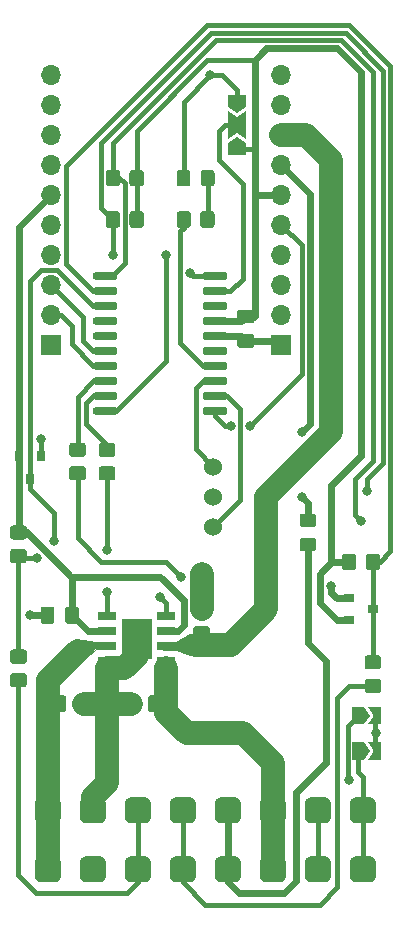
<source format=gbr>
G04 #@! TF.GenerationSoftware,KiCad,Pcbnew,5.1.5+dfsg1-2build2*
G04 #@! TF.CreationDate,2021-07-26T20:03:16+02:00*
G04 #@! TF.ProjectId,t100-dcmotor,74313030-2d64-4636-9d6f-746f722e6b69,rev?*
G04 #@! TF.SameCoordinates,Original*
G04 #@! TF.FileFunction,Copper,L1,Top*
G04 #@! TF.FilePolarity,Positive*
%FSLAX46Y46*%
G04 Gerber Fmt 4.6, Leading zero omitted, Abs format (unit mm)*
G04 Created by KiCad (PCBNEW 5.1.5+dfsg1-2build2) date 2021-07-26 20:03:16*
%MOMM*%
%LPD*%
G04 APERTURE LIST*
%ADD10R,2.613000X3.502000*%
%ADD11R,1.505000X0.802000*%
%ADD12C,0.100000*%
%ADD13O,1.700000X1.700000*%
%ADD14R,1.700000X1.700000*%
%ADD15C,1.524000*%
%ADD16R,0.900000X0.800000*%
%ADD17R,0.800000X0.900000*%
%ADD18C,0.800000*%
%ADD19C,0.900000*%
%ADD20C,0.600000*%
%ADD21C,0.400000*%
%ADD22C,2.000000*%
%ADD23C,0.025400*%
G04 APERTURE END LIST*
D10*
X95000000Y-110000000D03*
D11*
X92502500Y-111905000D03*
X92502500Y-110635000D03*
X92502500Y-109365000D03*
X92502500Y-108095000D03*
X97497500Y-108095000D03*
X97497500Y-109365000D03*
X97497500Y-110635000D03*
X97497500Y-111905000D03*
G04 #@! TA.AperFunction,SMDPad,CuDef*
D12*
G36*
X94862004Y-114776204D02*
G01*
X94886273Y-114779804D01*
X94910071Y-114785765D01*
X94933171Y-114794030D01*
X94955349Y-114804520D01*
X94976393Y-114817133D01*
X94996098Y-114831747D01*
X95014277Y-114848223D01*
X95030753Y-114866402D01*
X95045367Y-114886107D01*
X95057980Y-114907151D01*
X95068470Y-114929329D01*
X95076735Y-114952429D01*
X95082696Y-114976227D01*
X95086296Y-115000496D01*
X95087500Y-115025000D01*
X95087500Y-115975000D01*
X95086296Y-115999504D01*
X95082696Y-116023773D01*
X95076735Y-116047571D01*
X95068470Y-116070671D01*
X95057980Y-116092849D01*
X95045367Y-116113893D01*
X95030753Y-116133598D01*
X95014277Y-116151777D01*
X94996098Y-116168253D01*
X94976393Y-116182867D01*
X94955349Y-116195480D01*
X94933171Y-116205970D01*
X94910071Y-116214235D01*
X94886273Y-116220196D01*
X94862004Y-116223796D01*
X94837500Y-116225000D01*
X94162500Y-116225000D01*
X94137996Y-116223796D01*
X94113727Y-116220196D01*
X94089929Y-116214235D01*
X94066829Y-116205970D01*
X94044651Y-116195480D01*
X94023607Y-116182867D01*
X94003902Y-116168253D01*
X93985723Y-116151777D01*
X93969247Y-116133598D01*
X93954633Y-116113893D01*
X93942020Y-116092849D01*
X93931530Y-116070671D01*
X93923265Y-116047571D01*
X93917304Y-116023773D01*
X93913704Y-115999504D01*
X93912500Y-115975000D01*
X93912500Y-115025000D01*
X93913704Y-115000496D01*
X93917304Y-114976227D01*
X93923265Y-114952429D01*
X93931530Y-114929329D01*
X93942020Y-114907151D01*
X93954633Y-114886107D01*
X93969247Y-114866402D01*
X93985723Y-114848223D01*
X94003902Y-114831747D01*
X94023607Y-114817133D01*
X94044651Y-114804520D01*
X94066829Y-114794030D01*
X94089929Y-114785765D01*
X94113727Y-114779804D01*
X94137996Y-114776204D01*
X94162500Y-114775000D01*
X94837500Y-114775000D01*
X94862004Y-114776204D01*
G37*
G04 #@! TD.AperFunction*
G04 #@! TA.AperFunction,SMDPad,CuDef*
G36*
X96937004Y-114776204D02*
G01*
X96961273Y-114779804D01*
X96985071Y-114785765D01*
X97008171Y-114794030D01*
X97030349Y-114804520D01*
X97051393Y-114817133D01*
X97071098Y-114831747D01*
X97089277Y-114848223D01*
X97105753Y-114866402D01*
X97120367Y-114886107D01*
X97132980Y-114907151D01*
X97143470Y-114929329D01*
X97151735Y-114952429D01*
X97157696Y-114976227D01*
X97161296Y-115000496D01*
X97162500Y-115025000D01*
X97162500Y-115975000D01*
X97161296Y-115999504D01*
X97157696Y-116023773D01*
X97151735Y-116047571D01*
X97143470Y-116070671D01*
X97132980Y-116092849D01*
X97120367Y-116113893D01*
X97105753Y-116133598D01*
X97089277Y-116151777D01*
X97071098Y-116168253D01*
X97051393Y-116182867D01*
X97030349Y-116195480D01*
X97008171Y-116205970D01*
X96985071Y-116214235D01*
X96961273Y-116220196D01*
X96937004Y-116223796D01*
X96912500Y-116225000D01*
X96237500Y-116225000D01*
X96212996Y-116223796D01*
X96188727Y-116220196D01*
X96164929Y-116214235D01*
X96141829Y-116205970D01*
X96119651Y-116195480D01*
X96098607Y-116182867D01*
X96078902Y-116168253D01*
X96060723Y-116151777D01*
X96044247Y-116133598D01*
X96029633Y-116113893D01*
X96017020Y-116092849D01*
X96006530Y-116070671D01*
X95998265Y-116047571D01*
X95992304Y-116023773D01*
X95988704Y-115999504D01*
X95987500Y-115975000D01*
X95987500Y-115025000D01*
X95988704Y-115000496D01*
X95992304Y-114976227D01*
X95998265Y-114952429D01*
X96006530Y-114929329D01*
X96017020Y-114907151D01*
X96029633Y-114886107D01*
X96044247Y-114866402D01*
X96060723Y-114848223D01*
X96078902Y-114831747D01*
X96098607Y-114817133D01*
X96119651Y-114804520D01*
X96141829Y-114794030D01*
X96164929Y-114785765D01*
X96188727Y-114779804D01*
X96212996Y-114776204D01*
X96237500Y-114775000D01*
X96912500Y-114775000D01*
X96937004Y-114776204D01*
G37*
G04 #@! TD.AperFunction*
G04 #@! TA.AperFunction,SMDPad,CuDef*
G36*
X90899504Y-114776204D02*
G01*
X90923773Y-114779804D01*
X90947571Y-114785765D01*
X90970671Y-114794030D01*
X90992849Y-114804520D01*
X91013893Y-114817133D01*
X91033598Y-114831747D01*
X91051777Y-114848223D01*
X91068253Y-114866402D01*
X91082867Y-114886107D01*
X91095480Y-114907151D01*
X91105970Y-114929329D01*
X91114235Y-114952429D01*
X91120196Y-114976227D01*
X91123796Y-115000496D01*
X91125000Y-115025000D01*
X91125000Y-115975000D01*
X91123796Y-115999504D01*
X91120196Y-116023773D01*
X91114235Y-116047571D01*
X91105970Y-116070671D01*
X91095480Y-116092849D01*
X91082867Y-116113893D01*
X91068253Y-116133598D01*
X91051777Y-116151777D01*
X91033598Y-116168253D01*
X91013893Y-116182867D01*
X90992849Y-116195480D01*
X90970671Y-116205970D01*
X90947571Y-116214235D01*
X90923773Y-116220196D01*
X90899504Y-116223796D01*
X90875000Y-116225000D01*
X90200000Y-116225000D01*
X90175496Y-116223796D01*
X90151227Y-116220196D01*
X90127429Y-116214235D01*
X90104329Y-116205970D01*
X90082151Y-116195480D01*
X90061107Y-116182867D01*
X90041402Y-116168253D01*
X90023223Y-116151777D01*
X90006747Y-116133598D01*
X89992133Y-116113893D01*
X89979520Y-116092849D01*
X89969030Y-116070671D01*
X89960765Y-116047571D01*
X89954804Y-116023773D01*
X89951204Y-115999504D01*
X89950000Y-115975000D01*
X89950000Y-115025000D01*
X89951204Y-115000496D01*
X89954804Y-114976227D01*
X89960765Y-114952429D01*
X89969030Y-114929329D01*
X89979520Y-114907151D01*
X89992133Y-114886107D01*
X90006747Y-114866402D01*
X90023223Y-114848223D01*
X90041402Y-114831747D01*
X90061107Y-114817133D01*
X90082151Y-114804520D01*
X90104329Y-114794030D01*
X90127429Y-114785765D01*
X90151227Y-114779804D01*
X90175496Y-114776204D01*
X90200000Y-114775000D01*
X90875000Y-114775000D01*
X90899504Y-114776204D01*
G37*
G04 #@! TD.AperFunction*
G04 #@! TA.AperFunction,SMDPad,CuDef*
G36*
X88824504Y-114776204D02*
G01*
X88848773Y-114779804D01*
X88872571Y-114785765D01*
X88895671Y-114794030D01*
X88917849Y-114804520D01*
X88938893Y-114817133D01*
X88958598Y-114831747D01*
X88976777Y-114848223D01*
X88993253Y-114866402D01*
X89007867Y-114886107D01*
X89020480Y-114907151D01*
X89030970Y-114929329D01*
X89039235Y-114952429D01*
X89045196Y-114976227D01*
X89048796Y-115000496D01*
X89050000Y-115025000D01*
X89050000Y-115975000D01*
X89048796Y-115999504D01*
X89045196Y-116023773D01*
X89039235Y-116047571D01*
X89030970Y-116070671D01*
X89020480Y-116092849D01*
X89007867Y-116113893D01*
X88993253Y-116133598D01*
X88976777Y-116151777D01*
X88958598Y-116168253D01*
X88938893Y-116182867D01*
X88917849Y-116195480D01*
X88895671Y-116205970D01*
X88872571Y-116214235D01*
X88848773Y-116220196D01*
X88824504Y-116223796D01*
X88800000Y-116225000D01*
X88125000Y-116225000D01*
X88100496Y-116223796D01*
X88076227Y-116220196D01*
X88052429Y-116214235D01*
X88029329Y-116205970D01*
X88007151Y-116195480D01*
X87986107Y-116182867D01*
X87966402Y-116168253D01*
X87948223Y-116151777D01*
X87931747Y-116133598D01*
X87917133Y-116113893D01*
X87904520Y-116092849D01*
X87894030Y-116070671D01*
X87885765Y-116047571D01*
X87879804Y-116023773D01*
X87876204Y-115999504D01*
X87875000Y-115975000D01*
X87875000Y-115025000D01*
X87876204Y-115000496D01*
X87879804Y-114976227D01*
X87885765Y-114952429D01*
X87894030Y-114929329D01*
X87904520Y-114907151D01*
X87917133Y-114886107D01*
X87931747Y-114866402D01*
X87948223Y-114848223D01*
X87966402Y-114831747D01*
X87986107Y-114817133D01*
X88007151Y-114804520D01*
X88029329Y-114794030D01*
X88052429Y-114785765D01*
X88076227Y-114779804D01*
X88100496Y-114776204D01*
X88125000Y-114775000D01*
X88800000Y-114775000D01*
X88824504Y-114776204D01*
G37*
G04 #@! TD.AperFunction*
G04 #@! TA.AperFunction,SMDPad,CuDef*
G36*
X95374505Y-70301204D02*
G01*
X95398773Y-70304804D01*
X95422572Y-70310765D01*
X95445671Y-70319030D01*
X95467850Y-70329520D01*
X95488893Y-70342132D01*
X95508599Y-70356747D01*
X95526777Y-70373223D01*
X95543253Y-70391401D01*
X95557868Y-70411107D01*
X95570480Y-70432150D01*
X95580970Y-70454329D01*
X95589235Y-70477428D01*
X95595196Y-70501227D01*
X95598796Y-70525495D01*
X95600000Y-70549999D01*
X95600000Y-71450001D01*
X95598796Y-71474505D01*
X95595196Y-71498773D01*
X95589235Y-71522572D01*
X95580970Y-71545671D01*
X95570480Y-71567850D01*
X95557868Y-71588893D01*
X95543253Y-71608599D01*
X95526777Y-71626777D01*
X95508599Y-71643253D01*
X95488893Y-71657868D01*
X95467850Y-71670480D01*
X95445671Y-71680970D01*
X95422572Y-71689235D01*
X95398773Y-71695196D01*
X95374505Y-71698796D01*
X95350001Y-71700000D01*
X94649999Y-71700000D01*
X94625495Y-71698796D01*
X94601227Y-71695196D01*
X94577428Y-71689235D01*
X94554329Y-71680970D01*
X94532150Y-71670480D01*
X94511107Y-71657868D01*
X94491401Y-71643253D01*
X94473223Y-71626777D01*
X94456747Y-71608599D01*
X94442132Y-71588893D01*
X94429520Y-71567850D01*
X94419030Y-71545671D01*
X94410765Y-71522572D01*
X94404804Y-71498773D01*
X94401204Y-71474505D01*
X94400000Y-71450001D01*
X94400000Y-70549999D01*
X94401204Y-70525495D01*
X94404804Y-70501227D01*
X94410765Y-70477428D01*
X94419030Y-70454329D01*
X94429520Y-70432150D01*
X94442132Y-70411107D01*
X94456747Y-70391401D01*
X94473223Y-70373223D01*
X94491401Y-70356747D01*
X94511107Y-70342132D01*
X94532150Y-70329520D01*
X94554329Y-70319030D01*
X94577428Y-70310765D01*
X94601227Y-70304804D01*
X94625495Y-70301204D01*
X94649999Y-70300000D01*
X95350001Y-70300000D01*
X95374505Y-70301204D01*
G37*
G04 #@! TD.AperFunction*
G04 #@! TA.AperFunction,SMDPad,CuDef*
G36*
X93374505Y-70301204D02*
G01*
X93398773Y-70304804D01*
X93422572Y-70310765D01*
X93445671Y-70319030D01*
X93467850Y-70329520D01*
X93488893Y-70342132D01*
X93508599Y-70356747D01*
X93526777Y-70373223D01*
X93543253Y-70391401D01*
X93557868Y-70411107D01*
X93570480Y-70432150D01*
X93580970Y-70454329D01*
X93589235Y-70477428D01*
X93595196Y-70501227D01*
X93598796Y-70525495D01*
X93600000Y-70549999D01*
X93600000Y-71450001D01*
X93598796Y-71474505D01*
X93595196Y-71498773D01*
X93589235Y-71522572D01*
X93580970Y-71545671D01*
X93570480Y-71567850D01*
X93557868Y-71588893D01*
X93543253Y-71608599D01*
X93526777Y-71626777D01*
X93508599Y-71643253D01*
X93488893Y-71657868D01*
X93467850Y-71670480D01*
X93445671Y-71680970D01*
X93422572Y-71689235D01*
X93398773Y-71695196D01*
X93374505Y-71698796D01*
X93350001Y-71700000D01*
X92649999Y-71700000D01*
X92625495Y-71698796D01*
X92601227Y-71695196D01*
X92577428Y-71689235D01*
X92554329Y-71680970D01*
X92532150Y-71670480D01*
X92511107Y-71657868D01*
X92491401Y-71643253D01*
X92473223Y-71626777D01*
X92456747Y-71608599D01*
X92442132Y-71588893D01*
X92429520Y-71567850D01*
X92419030Y-71545671D01*
X92410765Y-71522572D01*
X92404804Y-71498773D01*
X92401204Y-71474505D01*
X92400000Y-71450001D01*
X92400000Y-70549999D01*
X92401204Y-70525495D01*
X92404804Y-70501227D01*
X92410765Y-70477428D01*
X92419030Y-70454329D01*
X92429520Y-70432150D01*
X92442132Y-70411107D01*
X92456747Y-70391401D01*
X92473223Y-70373223D01*
X92491401Y-70356747D01*
X92511107Y-70342132D01*
X92532150Y-70329520D01*
X92554329Y-70319030D01*
X92577428Y-70310765D01*
X92601227Y-70304804D01*
X92625495Y-70301204D01*
X92649999Y-70300000D01*
X93350001Y-70300000D01*
X93374505Y-70301204D01*
G37*
G04 #@! TD.AperFunction*
G04 #@! TA.AperFunction,SMDPad,CuDef*
G36*
X95374505Y-73801204D02*
G01*
X95398773Y-73804804D01*
X95422572Y-73810765D01*
X95445671Y-73819030D01*
X95467850Y-73829520D01*
X95488893Y-73842132D01*
X95508599Y-73856747D01*
X95526777Y-73873223D01*
X95543253Y-73891401D01*
X95557868Y-73911107D01*
X95570480Y-73932150D01*
X95580970Y-73954329D01*
X95589235Y-73977428D01*
X95595196Y-74001227D01*
X95598796Y-74025495D01*
X95600000Y-74049999D01*
X95600000Y-74950001D01*
X95598796Y-74974505D01*
X95595196Y-74998773D01*
X95589235Y-75022572D01*
X95580970Y-75045671D01*
X95570480Y-75067850D01*
X95557868Y-75088893D01*
X95543253Y-75108599D01*
X95526777Y-75126777D01*
X95508599Y-75143253D01*
X95488893Y-75157868D01*
X95467850Y-75170480D01*
X95445671Y-75180970D01*
X95422572Y-75189235D01*
X95398773Y-75195196D01*
X95374505Y-75198796D01*
X95350001Y-75200000D01*
X94649999Y-75200000D01*
X94625495Y-75198796D01*
X94601227Y-75195196D01*
X94577428Y-75189235D01*
X94554329Y-75180970D01*
X94532150Y-75170480D01*
X94511107Y-75157868D01*
X94491401Y-75143253D01*
X94473223Y-75126777D01*
X94456747Y-75108599D01*
X94442132Y-75088893D01*
X94429520Y-75067850D01*
X94419030Y-75045671D01*
X94410765Y-75022572D01*
X94404804Y-74998773D01*
X94401204Y-74974505D01*
X94400000Y-74950001D01*
X94400000Y-74049999D01*
X94401204Y-74025495D01*
X94404804Y-74001227D01*
X94410765Y-73977428D01*
X94419030Y-73954329D01*
X94429520Y-73932150D01*
X94442132Y-73911107D01*
X94456747Y-73891401D01*
X94473223Y-73873223D01*
X94491401Y-73856747D01*
X94511107Y-73842132D01*
X94532150Y-73829520D01*
X94554329Y-73819030D01*
X94577428Y-73810765D01*
X94601227Y-73804804D01*
X94625495Y-73801204D01*
X94649999Y-73800000D01*
X95350001Y-73800000D01*
X95374505Y-73801204D01*
G37*
G04 #@! TD.AperFunction*
G04 #@! TA.AperFunction,SMDPad,CuDef*
G36*
X93374505Y-73801204D02*
G01*
X93398773Y-73804804D01*
X93422572Y-73810765D01*
X93445671Y-73819030D01*
X93467850Y-73829520D01*
X93488893Y-73842132D01*
X93508599Y-73856747D01*
X93526777Y-73873223D01*
X93543253Y-73891401D01*
X93557868Y-73911107D01*
X93570480Y-73932150D01*
X93580970Y-73954329D01*
X93589235Y-73977428D01*
X93595196Y-74001227D01*
X93598796Y-74025495D01*
X93600000Y-74049999D01*
X93600000Y-74950001D01*
X93598796Y-74974505D01*
X93595196Y-74998773D01*
X93589235Y-75022572D01*
X93580970Y-75045671D01*
X93570480Y-75067850D01*
X93557868Y-75088893D01*
X93543253Y-75108599D01*
X93526777Y-75126777D01*
X93508599Y-75143253D01*
X93488893Y-75157868D01*
X93467850Y-75170480D01*
X93445671Y-75180970D01*
X93422572Y-75189235D01*
X93398773Y-75195196D01*
X93374505Y-75198796D01*
X93350001Y-75200000D01*
X92649999Y-75200000D01*
X92625495Y-75198796D01*
X92601227Y-75195196D01*
X92577428Y-75189235D01*
X92554329Y-75180970D01*
X92532150Y-75170480D01*
X92511107Y-75157868D01*
X92491401Y-75143253D01*
X92473223Y-75126777D01*
X92456747Y-75108599D01*
X92442132Y-75088893D01*
X92429520Y-75067850D01*
X92419030Y-75045671D01*
X92410765Y-75022572D01*
X92404804Y-74998773D01*
X92401204Y-74974505D01*
X92400000Y-74950001D01*
X92400000Y-74049999D01*
X92401204Y-74025495D01*
X92404804Y-74001227D01*
X92410765Y-73977428D01*
X92419030Y-73954329D01*
X92429520Y-73932150D01*
X92442132Y-73911107D01*
X92456747Y-73891401D01*
X92473223Y-73873223D01*
X92491401Y-73856747D01*
X92511107Y-73842132D01*
X92532150Y-73829520D01*
X92554329Y-73819030D01*
X92577428Y-73810765D01*
X92601227Y-73804804D01*
X92625495Y-73801204D01*
X92649999Y-73800000D01*
X93350001Y-73800000D01*
X93374505Y-73801204D01*
G37*
G04 #@! TD.AperFunction*
G04 #@! TA.AperFunction,SMDPad,CuDef*
G36*
X115474505Y-111401204D02*
G01*
X115498773Y-111404804D01*
X115522572Y-111410765D01*
X115545671Y-111419030D01*
X115567850Y-111429520D01*
X115588893Y-111442132D01*
X115608599Y-111456747D01*
X115626777Y-111473223D01*
X115643253Y-111491401D01*
X115657868Y-111511107D01*
X115670480Y-111532150D01*
X115680970Y-111554329D01*
X115689235Y-111577428D01*
X115695196Y-111601227D01*
X115698796Y-111625495D01*
X115700000Y-111649999D01*
X115700000Y-112350001D01*
X115698796Y-112374505D01*
X115695196Y-112398773D01*
X115689235Y-112422572D01*
X115680970Y-112445671D01*
X115670480Y-112467850D01*
X115657868Y-112488893D01*
X115643253Y-112508599D01*
X115626777Y-112526777D01*
X115608599Y-112543253D01*
X115588893Y-112557868D01*
X115567850Y-112570480D01*
X115545671Y-112580970D01*
X115522572Y-112589235D01*
X115498773Y-112595196D01*
X115474505Y-112598796D01*
X115450001Y-112600000D01*
X114549999Y-112600000D01*
X114525495Y-112598796D01*
X114501227Y-112595196D01*
X114477428Y-112589235D01*
X114454329Y-112580970D01*
X114432150Y-112570480D01*
X114411107Y-112557868D01*
X114391401Y-112543253D01*
X114373223Y-112526777D01*
X114356747Y-112508599D01*
X114342132Y-112488893D01*
X114329520Y-112467850D01*
X114319030Y-112445671D01*
X114310765Y-112422572D01*
X114304804Y-112398773D01*
X114301204Y-112374505D01*
X114300000Y-112350001D01*
X114300000Y-111649999D01*
X114301204Y-111625495D01*
X114304804Y-111601227D01*
X114310765Y-111577428D01*
X114319030Y-111554329D01*
X114329520Y-111532150D01*
X114342132Y-111511107D01*
X114356747Y-111491401D01*
X114373223Y-111473223D01*
X114391401Y-111456747D01*
X114411107Y-111442132D01*
X114432150Y-111429520D01*
X114454329Y-111419030D01*
X114477428Y-111410765D01*
X114501227Y-111404804D01*
X114525495Y-111401204D01*
X114549999Y-111400000D01*
X115450001Y-111400000D01*
X115474505Y-111401204D01*
G37*
G04 #@! TD.AperFunction*
G04 #@! TA.AperFunction,SMDPad,CuDef*
G36*
X115474505Y-113401204D02*
G01*
X115498773Y-113404804D01*
X115522572Y-113410765D01*
X115545671Y-113419030D01*
X115567850Y-113429520D01*
X115588893Y-113442132D01*
X115608599Y-113456747D01*
X115626777Y-113473223D01*
X115643253Y-113491401D01*
X115657868Y-113511107D01*
X115670480Y-113532150D01*
X115680970Y-113554329D01*
X115689235Y-113577428D01*
X115695196Y-113601227D01*
X115698796Y-113625495D01*
X115700000Y-113649999D01*
X115700000Y-114350001D01*
X115698796Y-114374505D01*
X115695196Y-114398773D01*
X115689235Y-114422572D01*
X115680970Y-114445671D01*
X115670480Y-114467850D01*
X115657868Y-114488893D01*
X115643253Y-114508599D01*
X115626777Y-114526777D01*
X115608599Y-114543253D01*
X115588893Y-114557868D01*
X115567850Y-114570480D01*
X115545671Y-114580970D01*
X115522572Y-114589235D01*
X115498773Y-114595196D01*
X115474505Y-114598796D01*
X115450001Y-114600000D01*
X114549999Y-114600000D01*
X114525495Y-114598796D01*
X114501227Y-114595196D01*
X114477428Y-114589235D01*
X114454329Y-114580970D01*
X114432150Y-114570480D01*
X114411107Y-114557868D01*
X114391401Y-114543253D01*
X114373223Y-114526777D01*
X114356747Y-114508599D01*
X114342132Y-114488893D01*
X114329520Y-114467850D01*
X114319030Y-114445671D01*
X114310765Y-114422572D01*
X114304804Y-114398773D01*
X114301204Y-114374505D01*
X114300000Y-114350001D01*
X114300000Y-113649999D01*
X114301204Y-113625495D01*
X114304804Y-113601227D01*
X114310765Y-113577428D01*
X114319030Y-113554329D01*
X114329520Y-113532150D01*
X114342132Y-113511107D01*
X114356747Y-113491401D01*
X114373223Y-113473223D01*
X114391401Y-113456747D01*
X114411107Y-113442132D01*
X114432150Y-113429520D01*
X114454329Y-113419030D01*
X114477428Y-113410765D01*
X114501227Y-113404804D01*
X114525495Y-113401204D01*
X114549999Y-113400000D01*
X115450001Y-113400000D01*
X115474505Y-113401204D01*
G37*
G04 #@! TD.AperFunction*
G04 #@! TA.AperFunction,SMDPad,CuDef*
G36*
X85474505Y-110901204D02*
G01*
X85498773Y-110904804D01*
X85522572Y-110910765D01*
X85545671Y-110919030D01*
X85567850Y-110929520D01*
X85588893Y-110942132D01*
X85608599Y-110956747D01*
X85626777Y-110973223D01*
X85643253Y-110991401D01*
X85657868Y-111011107D01*
X85670480Y-111032150D01*
X85680970Y-111054329D01*
X85689235Y-111077428D01*
X85695196Y-111101227D01*
X85698796Y-111125495D01*
X85700000Y-111149999D01*
X85700000Y-111850001D01*
X85698796Y-111874505D01*
X85695196Y-111898773D01*
X85689235Y-111922572D01*
X85680970Y-111945671D01*
X85670480Y-111967850D01*
X85657868Y-111988893D01*
X85643253Y-112008599D01*
X85626777Y-112026777D01*
X85608599Y-112043253D01*
X85588893Y-112057868D01*
X85567850Y-112070480D01*
X85545671Y-112080970D01*
X85522572Y-112089235D01*
X85498773Y-112095196D01*
X85474505Y-112098796D01*
X85450001Y-112100000D01*
X84549999Y-112100000D01*
X84525495Y-112098796D01*
X84501227Y-112095196D01*
X84477428Y-112089235D01*
X84454329Y-112080970D01*
X84432150Y-112070480D01*
X84411107Y-112057868D01*
X84391401Y-112043253D01*
X84373223Y-112026777D01*
X84356747Y-112008599D01*
X84342132Y-111988893D01*
X84329520Y-111967850D01*
X84319030Y-111945671D01*
X84310765Y-111922572D01*
X84304804Y-111898773D01*
X84301204Y-111874505D01*
X84300000Y-111850001D01*
X84300000Y-111149999D01*
X84301204Y-111125495D01*
X84304804Y-111101227D01*
X84310765Y-111077428D01*
X84319030Y-111054329D01*
X84329520Y-111032150D01*
X84342132Y-111011107D01*
X84356747Y-110991401D01*
X84373223Y-110973223D01*
X84391401Y-110956747D01*
X84411107Y-110942132D01*
X84432150Y-110929520D01*
X84454329Y-110919030D01*
X84477428Y-110910765D01*
X84501227Y-110904804D01*
X84525495Y-110901204D01*
X84549999Y-110900000D01*
X85450001Y-110900000D01*
X85474505Y-110901204D01*
G37*
G04 #@! TD.AperFunction*
G04 #@! TA.AperFunction,SMDPad,CuDef*
G36*
X85474505Y-112901204D02*
G01*
X85498773Y-112904804D01*
X85522572Y-112910765D01*
X85545671Y-112919030D01*
X85567850Y-112929520D01*
X85588893Y-112942132D01*
X85608599Y-112956747D01*
X85626777Y-112973223D01*
X85643253Y-112991401D01*
X85657868Y-113011107D01*
X85670480Y-113032150D01*
X85680970Y-113054329D01*
X85689235Y-113077428D01*
X85695196Y-113101227D01*
X85698796Y-113125495D01*
X85700000Y-113149999D01*
X85700000Y-113850001D01*
X85698796Y-113874505D01*
X85695196Y-113898773D01*
X85689235Y-113922572D01*
X85680970Y-113945671D01*
X85670480Y-113967850D01*
X85657868Y-113988893D01*
X85643253Y-114008599D01*
X85626777Y-114026777D01*
X85608599Y-114043253D01*
X85588893Y-114057868D01*
X85567850Y-114070480D01*
X85545671Y-114080970D01*
X85522572Y-114089235D01*
X85498773Y-114095196D01*
X85474505Y-114098796D01*
X85450001Y-114100000D01*
X84549999Y-114100000D01*
X84525495Y-114098796D01*
X84501227Y-114095196D01*
X84477428Y-114089235D01*
X84454329Y-114080970D01*
X84432150Y-114070480D01*
X84411107Y-114057868D01*
X84391401Y-114043253D01*
X84373223Y-114026777D01*
X84356747Y-114008599D01*
X84342132Y-113988893D01*
X84329520Y-113967850D01*
X84319030Y-113945671D01*
X84310765Y-113922572D01*
X84304804Y-113898773D01*
X84301204Y-113874505D01*
X84300000Y-113850001D01*
X84300000Y-113149999D01*
X84301204Y-113125495D01*
X84304804Y-113101227D01*
X84310765Y-113077428D01*
X84319030Y-113054329D01*
X84329520Y-113032150D01*
X84342132Y-113011107D01*
X84356747Y-112991401D01*
X84373223Y-112973223D01*
X84391401Y-112956747D01*
X84411107Y-112942132D01*
X84432150Y-112929520D01*
X84454329Y-112919030D01*
X84477428Y-112910765D01*
X84501227Y-112904804D01*
X84525495Y-112901204D01*
X84549999Y-112900000D01*
X85450001Y-112900000D01*
X85474505Y-112901204D01*
G37*
G04 #@! TD.AperFunction*
G04 #@! TA.AperFunction,SMDPad,CuDef*
G36*
X113374505Y-102801204D02*
G01*
X113398773Y-102804804D01*
X113422572Y-102810765D01*
X113445671Y-102819030D01*
X113467850Y-102829520D01*
X113488893Y-102842132D01*
X113508599Y-102856747D01*
X113526777Y-102873223D01*
X113543253Y-102891401D01*
X113557868Y-102911107D01*
X113570480Y-102932150D01*
X113580970Y-102954329D01*
X113589235Y-102977428D01*
X113595196Y-103001227D01*
X113598796Y-103025495D01*
X113600000Y-103049999D01*
X113600000Y-103950001D01*
X113598796Y-103974505D01*
X113595196Y-103998773D01*
X113589235Y-104022572D01*
X113580970Y-104045671D01*
X113570480Y-104067850D01*
X113557868Y-104088893D01*
X113543253Y-104108599D01*
X113526777Y-104126777D01*
X113508599Y-104143253D01*
X113488893Y-104157868D01*
X113467850Y-104170480D01*
X113445671Y-104180970D01*
X113422572Y-104189235D01*
X113398773Y-104195196D01*
X113374505Y-104198796D01*
X113350001Y-104200000D01*
X112649999Y-104200000D01*
X112625495Y-104198796D01*
X112601227Y-104195196D01*
X112577428Y-104189235D01*
X112554329Y-104180970D01*
X112532150Y-104170480D01*
X112511107Y-104157868D01*
X112491401Y-104143253D01*
X112473223Y-104126777D01*
X112456747Y-104108599D01*
X112442132Y-104088893D01*
X112429520Y-104067850D01*
X112419030Y-104045671D01*
X112410765Y-104022572D01*
X112404804Y-103998773D01*
X112401204Y-103974505D01*
X112400000Y-103950001D01*
X112400000Y-103049999D01*
X112401204Y-103025495D01*
X112404804Y-103001227D01*
X112410765Y-102977428D01*
X112419030Y-102954329D01*
X112429520Y-102932150D01*
X112442132Y-102911107D01*
X112456747Y-102891401D01*
X112473223Y-102873223D01*
X112491401Y-102856747D01*
X112511107Y-102842132D01*
X112532150Y-102829520D01*
X112554329Y-102819030D01*
X112577428Y-102810765D01*
X112601227Y-102804804D01*
X112625495Y-102801204D01*
X112649999Y-102800000D01*
X113350001Y-102800000D01*
X113374505Y-102801204D01*
G37*
G04 #@! TD.AperFunction*
G04 #@! TA.AperFunction,SMDPad,CuDef*
G36*
X115374505Y-102801204D02*
G01*
X115398773Y-102804804D01*
X115422572Y-102810765D01*
X115445671Y-102819030D01*
X115467850Y-102829520D01*
X115488893Y-102842132D01*
X115508599Y-102856747D01*
X115526777Y-102873223D01*
X115543253Y-102891401D01*
X115557868Y-102911107D01*
X115570480Y-102932150D01*
X115580970Y-102954329D01*
X115589235Y-102977428D01*
X115595196Y-103001227D01*
X115598796Y-103025495D01*
X115600000Y-103049999D01*
X115600000Y-103950001D01*
X115598796Y-103974505D01*
X115595196Y-103998773D01*
X115589235Y-104022572D01*
X115580970Y-104045671D01*
X115570480Y-104067850D01*
X115557868Y-104088893D01*
X115543253Y-104108599D01*
X115526777Y-104126777D01*
X115508599Y-104143253D01*
X115488893Y-104157868D01*
X115467850Y-104170480D01*
X115445671Y-104180970D01*
X115422572Y-104189235D01*
X115398773Y-104195196D01*
X115374505Y-104198796D01*
X115350001Y-104200000D01*
X114649999Y-104200000D01*
X114625495Y-104198796D01*
X114601227Y-104195196D01*
X114577428Y-104189235D01*
X114554329Y-104180970D01*
X114532150Y-104170480D01*
X114511107Y-104157868D01*
X114491401Y-104143253D01*
X114473223Y-104126777D01*
X114456747Y-104108599D01*
X114442132Y-104088893D01*
X114429520Y-104067850D01*
X114419030Y-104045671D01*
X114410765Y-104022572D01*
X114404804Y-103998773D01*
X114401204Y-103974505D01*
X114400000Y-103950001D01*
X114400000Y-103049999D01*
X114401204Y-103025495D01*
X114404804Y-103001227D01*
X114410765Y-102977428D01*
X114419030Y-102954329D01*
X114429520Y-102932150D01*
X114442132Y-102911107D01*
X114456747Y-102891401D01*
X114473223Y-102873223D01*
X114491401Y-102856747D01*
X114511107Y-102842132D01*
X114532150Y-102829520D01*
X114554329Y-102819030D01*
X114577428Y-102810765D01*
X114601227Y-102804804D01*
X114625495Y-102801204D01*
X114649999Y-102800000D01*
X115350001Y-102800000D01*
X115374505Y-102801204D01*
G37*
G04 #@! TD.AperFunction*
G04 #@! TA.AperFunction,SMDPad,CuDef*
G36*
X85474505Y-100401204D02*
G01*
X85498773Y-100404804D01*
X85522572Y-100410765D01*
X85545671Y-100419030D01*
X85567850Y-100429520D01*
X85588893Y-100442132D01*
X85608599Y-100456747D01*
X85626777Y-100473223D01*
X85643253Y-100491401D01*
X85657868Y-100511107D01*
X85670480Y-100532150D01*
X85680970Y-100554329D01*
X85689235Y-100577428D01*
X85695196Y-100601227D01*
X85698796Y-100625495D01*
X85700000Y-100649999D01*
X85700000Y-101350001D01*
X85698796Y-101374505D01*
X85695196Y-101398773D01*
X85689235Y-101422572D01*
X85680970Y-101445671D01*
X85670480Y-101467850D01*
X85657868Y-101488893D01*
X85643253Y-101508599D01*
X85626777Y-101526777D01*
X85608599Y-101543253D01*
X85588893Y-101557868D01*
X85567850Y-101570480D01*
X85545671Y-101580970D01*
X85522572Y-101589235D01*
X85498773Y-101595196D01*
X85474505Y-101598796D01*
X85450001Y-101600000D01*
X84549999Y-101600000D01*
X84525495Y-101598796D01*
X84501227Y-101595196D01*
X84477428Y-101589235D01*
X84454329Y-101580970D01*
X84432150Y-101570480D01*
X84411107Y-101557868D01*
X84391401Y-101543253D01*
X84373223Y-101526777D01*
X84356747Y-101508599D01*
X84342132Y-101488893D01*
X84329520Y-101467850D01*
X84319030Y-101445671D01*
X84310765Y-101422572D01*
X84304804Y-101398773D01*
X84301204Y-101374505D01*
X84300000Y-101350001D01*
X84300000Y-100649999D01*
X84301204Y-100625495D01*
X84304804Y-100601227D01*
X84310765Y-100577428D01*
X84319030Y-100554329D01*
X84329520Y-100532150D01*
X84342132Y-100511107D01*
X84356747Y-100491401D01*
X84373223Y-100473223D01*
X84391401Y-100456747D01*
X84411107Y-100442132D01*
X84432150Y-100429520D01*
X84454329Y-100419030D01*
X84477428Y-100410765D01*
X84501227Y-100404804D01*
X84525495Y-100401204D01*
X84549999Y-100400000D01*
X85450001Y-100400000D01*
X85474505Y-100401204D01*
G37*
G04 #@! TD.AperFunction*
G04 #@! TA.AperFunction,SMDPad,CuDef*
G36*
X85474505Y-102401204D02*
G01*
X85498773Y-102404804D01*
X85522572Y-102410765D01*
X85545671Y-102419030D01*
X85567850Y-102429520D01*
X85588893Y-102442132D01*
X85608599Y-102456747D01*
X85626777Y-102473223D01*
X85643253Y-102491401D01*
X85657868Y-102511107D01*
X85670480Y-102532150D01*
X85680970Y-102554329D01*
X85689235Y-102577428D01*
X85695196Y-102601227D01*
X85698796Y-102625495D01*
X85700000Y-102649999D01*
X85700000Y-103350001D01*
X85698796Y-103374505D01*
X85695196Y-103398773D01*
X85689235Y-103422572D01*
X85680970Y-103445671D01*
X85670480Y-103467850D01*
X85657868Y-103488893D01*
X85643253Y-103508599D01*
X85626777Y-103526777D01*
X85608599Y-103543253D01*
X85588893Y-103557868D01*
X85567850Y-103570480D01*
X85545671Y-103580970D01*
X85522572Y-103589235D01*
X85498773Y-103595196D01*
X85474505Y-103598796D01*
X85450001Y-103600000D01*
X84549999Y-103600000D01*
X84525495Y-103598796D01*
X84501227Y-103595196D01*
X84477428Y-103589235D01*
X84454329Y-103580970D01*
X84432150Y-103570480D01*
X84411107Y-103557868D01*
X84391401Y-103543253D01*
X84373223Y-103526777D01*
X84356747Y-103508599D01*
X84342132Y-103488893D01*
X84329520Y-103467850D01*
X84319030Y-103445671D01*
X84310765Y-103422572D01*
X84304804Y-103398773D01*
X84301204Y-103374505D01*
X84300000Y-103350001D01*
X84300000Y-102649999D01*
X84301204Y-102625495D01*
X84304804Y-102601227D01*
X84310765Y-102577428D01*
X84319030Y-102554329D01*
X84329520Y-102532150D01*
X84342132Y-102511107D01*
X84356747Y-102491401D01*
X84373223Y-102473223D01*
X84391401Y-102456747D01*
X84411107Y-102442132D01*
X84432150Y-102429520D01*
X84454329Y-102419030D01*
X84477428Y-102410765D01*
X84501227Y-102404804D01*
X84525495Y-102401204D01*
X84549999Y-102400000D01*
X85450001Y-102400000D01*
X85474505Y-102401204D01*
G37*
G04 #@! TD.AperFunction*
G04 #@! TA.AperFunction,SMDPad,CuDef*
G36*
X92974505Y-93401204D02*
G01*
X92998773Y-93404804D01*
X93022572Y-93410765D01*
X93045671Y-93419030D01*
X93067850Y-93429520D01*
X93088893Y-93442132D01*
X93108599Y-93456747D01*
X93126777Y-93473223D01*
X93143253Y-93491401D01*
X93157868Y-93511107D01*
X93170480Y-93532150D01*
X93180970Y-93554329D01*
X93189235Y-93577428D01*
X93195196Y-93601227D01*
X93198796Y-93625495D01*
X93200000Y-93649999D01*
X93200000Y-94350001D01*
X93198796Y-94374505D01*
X93195196Y-94398773D01*
X93189235Y-94422572D01*
X93180970Y-94445671D01*
X93170480Y-94467850D01*
X93157868Y-94488893D01*
X93143253Y-94508599D01*
X93126777Y-94526777D01*
X93108599Y-94543253D01*
X93088893Y-94557868D01*
X93067850Y-94570480D01*
X93045671Y-94580970D01*
X93022572Y-94589235D01*
X92998773Y-94595196D01*
X92974505Y-94598796D01*
X92950001Y-94600000D01*
X92049999Y-94600000D01*
X92025495Y-94598796D01*
X92001227Y-94595196D01*
X91977428Y-94589235D01*
X91954329Y-94580970D01*
X91932150Y-94570480D01*
X91911107Y-94557868D01*
X91891401Y-94543253D01*
X91873223Y-94526777D01*
X91856747Y-94508599D01*
X91842132Y-94488893D01*
X91829520Y-94467850D01*
X91819030Y-94445671D01*
X91810765Y-94422572D01*
X91804804Y-94398773D01*
X91801204Y-94374505D01*
X91800000Y-94350001D01*
X91800000Y-93649999D01*
X91801204Y-93625495D01*
X91804804Y-93601227D01*
X91810765Y-93577428D01*
X91819030Y-93554329D01*
X91829520Y-93532150D01*
X91842132Y-93511107D01*
X91856747Y-93491401D01*
X91873223Y-93473223D01*
X91891401Y-93456747D01*
X91911107Y-93442132D01*
X91932150Y-93429520D01*
X91954329Y-93419030D01*
X91977428Y-93410765D01*
X92001227Y-93404804D01*
X92025495Y-93401204D01*
X92049999Y-93400000D01*
X92950001Y-93400000D01*
X92974505Y-93401204D01*
G37*
G04 #@! TD.AperFunction*
G04 #@! TA.AperFunction,SMDPad,CuDef*
G36*
X92974505Y-95401204D02*
G01*
X92998773Y-95404804D01*
X93022572Y-95410765D01*
X93045671Y-95419030D01*
X93067850Y-95429520D01*
X93088893Y-95442132D01*
X93108599Y-95456747D01*
X93126777Y-95473223D01*
X93143253Y-95491401D01*
X93157868Y-95511107D01*
X93170480Y-95532150D01*
X93180970Y-95554329D01*
X93189235Y-95577428D01*
X93195196Y-95601227D01*
X93198796Y-95625495D01*
X93200000Y-95649999D01*
X93200000Y-96350001D01*
X93198796Y-96374505D01*
X93195196Y-96398773D01*
X93189235Y-96422572D01*
X93180970Y-96445671D01*
X93170480Y-96467850D01*
X93157868Y-96488893D01*
X93143253Y-96508599D01*
X93126777Y-96526777D01*
X93108599Y-96543253D01*
X93088893Y-96557868D01*
X93067850Y-96570480D01*
X93045671Y-96580970D01*
X93022572Y-96589235D01*
X92998773Y-96595196D01*
X92974505Y-96598796D01*
X92950001Y-96600000D01*
X92049999Y-96600000D01*
X92025495Y-96598796D01*
X92001227Y-96595196D01*
X91977428Y-96589235D01*
X91954329Y-96580970D01*
X91932150Y-96570480D01*
X91911107Y-96557868D01*
X91891401Y-96543253D01*
X91873223Y-96526777D01*
X91856747Y-96508599D01*
X91842132Y-96488893D01*
X91829520Y-96467850D01*
X91819030Y-96445671D01*
X91810765Y-96422572D01*
X91804804Y-96398773D01*
X91801204Y-96374505D01*
X91800000Y-96350001D01*
X91800000Y-95649999D01*
X91801204Y-95625495D01*
X91804804Y-95601227D01*
X91810765Y-95577428D01*
X91819030Y-95554329D01*
X91829520Y-95532150D01*
X91842132Y-95511107D01*
X91856747Y-95491401D01*
X91873223Y-95473223D01*
X91891401Y-95456747D01*
X91911107Y-95442132D01*
X91932150Y-95429520D01*
X91954329Y-95419030D01*
X91977428Y-95410765D01*
X92001227Y-95404804D01*
X92025495Y-95401204D01*
X92049999Y-95400000D01*
X92950001Y-95400000D01*
X92974505Y-95401204D01*
G37*
G04 #@! TD.AperFunction*
G04 #@! TA.AperFunction,SMDPad,CuDef*
G36*
X90474505Y-93401204D02*
G01*
X90498773Y-93404804D01*
X90522572Y-93410765D01*
X90545671Y-93419030D01*
X90567850Y-93429520D01*
X90588893Y-93442132D01*
X90608599Y-93456747D01*
X90626777Y-93473223D01*
X90643253Y-93491401D01*
X90657868Y-93511107D01*
X90670480Y-93532150D01*
X90680970Y-93554329D01*
X90689235Y-93577428D01*
X90695196Y-93601227D01*
X90698796Y-93625495D01*
X90700000Y-93649999D01*
X90700000Y-94350001D01*
X90698796Y-94374505D01*
X90695196Y-94398773D01*
X90689235Y-94422572D01*
X90680970Y-94445671D01*
X90670480Y-94467850D01*
X90657868Y-94488893D01*
X90643253Y-94508599D01*
X90626777Y-94526777D01*
X90608599Y-94543253D01*
X90588893Y-94557868D01*
X90567850Y-94570480D01*
X90545671Y-94580970D01*
X90522572Y-94589235D01*
X90498773Y-94595196D01*
X90474505Y-94598796D01*
X90450001Y-94600000D01*
X89549999Y-94600000D01*
X89525495Y-94598796D01*
X89501227Y-94595196D01*
X89477428Y-94589235D01*
X89454329Y-94580970D01*
X89432150Y-94570480D01*
X89411107Y-94557868D01*
X89391401Y-94543253D01*
X89373223Y-94526777D01*
X89356747Y-94508599D01*
X89342132Y-94488893D01*
X89329520Y-94467850D01*
X89319030Y-94445671D01*
X89310765Y-94422572D01*
X89304804Y-94398773D01*
X89301204Y-94374505D01*
X89300000Y-94350001D01*
X89300000Y-93649999D01*
X89301204Y-93625495D01*
X89304804Y-93601227D01*
X89310765Y-93577428D01*
X89319030Y-93554329D01*
X89329520Y-93532150D01*
X89342132Y-93511107D01*
X89356747Y-93491401D01*
X89373223Y-93473223D01*
X89391401Y-93456747D01*
X89411107Y-93442132D01*
X89432150Y-93429520D01*
X89454329Y-93419030D01*
X89477428Y-93410765D01*
X89501227Y-93404804D01*
X89525495Y-93401204D01*
X89549999Y-93400000D01*
X90450001Y-93400000D01*
X90474505Y-93401204D01*
G37*
G04 #@! TD.AperFunction*
G04 #@! TA.AperFunction,SMDPad,CuDef*
G36*
X90474505Y-95401204D02*
G01*
X90498773Y-95404804D01*
X90522572Y-95410765D01*
X90545671Y-95419030D01*
X90567850Y-95429520D01*
X90588893Y-95442132D01*
X90608599Y-95456747D01*
X90626777Y-95473223D01*
X90643253Y-95491401D01*
X90657868Y-95511107D01*
X90670480Y-95532150D01*
X90680970Y-95554329D01*
X90689235Y-95577428D01*
X90695196Y-95601227D01*
X90698796Y-95625495D01*
X90700000Y-95649999D01*
X90700000Y-96350001D01*
X90698796Y-96374505D01*
X90695196Y-96398773D01*
X90689235Y-96422572D01*
X90680970Y-96445671D01*
X90670480Y-96467850D01*
X90657868Y-96488893D01*
X90643253Y-96508599D01*
X90626777Y-96526777D01*
X90608599Y-96543253D01*
X90588893Y-96557868D01*
X90567850Y-96570480D01*
X90545671Y-96580970D01*
X90522572Y-96589235D01*
X90498773Y-96595196D01*
X90474505Y-96598796D01*
X90450001Y-96600000D01*
X89549999Y-96600000D01*
X89525495Y-96598796D01*
X89501227Y-96595196D01*
X89477428Y-96589235D01*
X89454329Y-96580970D01*
X89432150Y-96570480D01*
X89411107Y-96557868D01*
X89391401Y-96543253D01*
X89373223Y-96526777D01*
X89356747Y-96508599D01*
X89342132Y-96488893D01*
X89329520Y-96467850D01*
X89319030Y-96445671D01*
X89310765Y-96422572D01*
X89304804Y-96398773D01*
X89301204Y-96374505D01*
X89300000Y-96350001D01*
X89300000Y-95649999D01*
X89301204Y-95625495D01*
X89304804Y-95601227D01*
X89310765Y-95577428D01*
X89319030Y-95554329D01*
X89329520Y-95532150D01*
X89342132Y-95511107D01*
X89356747Y-95491401D01*
X89373223Y-95473223D01*
X89391401Y-95456747D01*
X89411107Y-95442132D01*
X89432150Y-95429520D01*
X89454329Y-95419030D01*
X89477428Y-95410765D01*
X89501227Y-95404804D01*
X89525495Y-95401204D01*
X89549999Y-95400000D01*
X90450001Y-95400000D01*
X90474505Y-95401204D01*
G37*
G04 #@! TD.AperFunction*
G04 #@! TA.AperFunction,SMDPad,CuDef*
G36*
X99374505Y-73801204D02*
G01*
X99398773Y-73804804D01*
X99422572Y-73810765D01*
X99445671Y-73819030D01*
X99467850Y-73829520D01*
X99488893Y-73842132D01*
X99508599Y-73856747D01*
X99526777Y-73873223D01*
X99543253Y-73891401D01*
X99557868Y-73911107D01*
X99570480Y-73932150D01*
X99580970Y-73954329D01*
X99589235Y-73977428D01*
X99595196Y-74001227D01*
X99598796Y-74025495D01*
X99600000Y-74049999D01*
X99600000Y-74950001D01*
X99598796Y-74974505D01*
X99595196Y-74998773D01*
X99589235Y-75022572D01*
X99580970Y-75045671D01*
X99570480Y-75067850D01*
X99557868Y-75088893D01*
X99543253Y-75108599D01*
X99526777Y-75126777D01*
X99508599Y-75143253D01*
X99488893Y-75157868D01*
X99467850Y-75170480D01*
X99445671Y-75180970D01*
X99422572Y-75189235D01*
X99398773Y-75195196D01*
X99374505Y-75198796D01*
X99350001Y-75200000D01*
X98649999Y-75200000D01*
X98625495Y-75198796D01*
X98601227Y-75195196D01*
X98577428Y-75189235D01*
X98554329Y-75180970D01*
X98532150Y-75170480D01*
X98511107Y-75157868D01*
X98491401Y-75143253D01*
X98473223Y-75126777D01*
X98456747Y-75108599D01*
X98442132Y-75088893D01*
X98429520Y-75067850D01*
X98419030Y-75045671D01*
X98410765Y-75022572D01*
X98404804Y-74998773D01*
X98401204Y-74974505D01*
X98400000Y-74950001D01*
X98400000Y-74049999D01*
X98401204Y-74025495D01*
X98404804Y-74001227D01*
X98410765Y-73977428D01*
X98419030Y-73954329D01*
X98429520Y-73932150D01*
X98442132Y-73911107D01*
X98456747Y-73891401D01*
X98473223Y-73873223D01*
X98491401Y-73856747D01*
X98511107Y-73842132D01*
X98532150Y-73829520D01*
X98554329Y-73819030D01*
X98577428Y-73810765D01*
X98601227Y-73804804D01*
X98625495Y-73801204D01*
X98649999Y-73800000D01*
X99350001Y-73800000D01*
X99374505Y-73801204D01*
G37*
G04 #@! TD.AperFunction*
G04 #@! TA.AperFunction,SMDPad,CuDef*
G36*
X101374505Y-73801204D02*
G01*
X101398773Y-73804804D01*
X101422572Y-73810765D01*
X101445671Y-73819030D01*
X101467850Y-73829520D01*
X101488893Y-73842132D01*
X101508599Y-73856747D01*
X101526777Y-73873223D01*
X101543253Y-73891401D01*
X101557868Y-73911107D01*
X101570480Y-73932150D01*
X101580970Y-73954329D01*
X101589235Y-73977428D01*
X101595196Y-74001227D01*
X101598796Y-74025495D01*
X101600000Y-74049999D01*
X101600000Y-74950001D01*
X101598796Y-74974505D01*
X101595196Y-74998773D01*
X101589235Y-75022572D01*
X101580970Y-75045671D01*
X101570480Y-75067850D01*
X101557868Y-75088893D01*
X101543253Y-75108599D01*
X101526777Y-75126777D01*
X101508599Y-75143253D01*
X101488893Y-75157868D01*
X101467850Y-75170480D01*
X101445671Y-75180970D01*
X101422572Y-75189235D01*
X101398773Y-75195196D01*
X101374505Y-75198796D01*
X101350001Y-75200000D01*
X100649999Y-75200000D01*
X100625495Y-75198796D01*
X100601227Y-75195196D01*
X100577428Y-75189235D01*
X100554329Y-75180970D01*
X100532150Y-75170480D01*
X100511107Y-75157868D01*
X100491401Y-75143253D01*
X100473223Y-75126777D01*
X100456747Y-75108599D01*
X100442132Y-75088893D01*
X100429520Y-75067850D01*
X100419030Y-75045671D01*
X100410765Y-75022572D01*
X100404804Y-74998773D01*
X100401204Y-74974505D01*
X100400000Y-74950001D01*
X100400000Y-74049999D01*
X100401204Y-74025495D01*
X100404804Y-74001227D01*
X100410765Y-73977428D01*
X100419030Y-73954329D01*
X100429520Y-73932150D01*
X100442132Y-73911107D01*
X100456747Y-73891401D01*
X100473223Y-73873223D01*
X100491401Y-73856747D01*
X100511107Y-73842132D01*
X100532150Y-73829520D01*
X100554329Y-73819030D01*
X100577428Y-73810765D01*
X100601227Y-73804804D01*
X100625495Y-73801204D01*
X100649999Y-73800000D01*
X101350001Y-73800000D01*
X101374505Y-73801204D01*
G37*
G04 #@! TD.AperFunction*
G04 #@! TA.AperFunction,SMDPad,CuDef*
G36*
X100999504Y-106876204D02*
G01*
X101023773Y-106879804D01*
X101047571Y-106885765D01*
X101070671Y-106894030D01*
X101092849Y-106904520D01*
X101113893Y-106917133D01*
X101133598Y-106931747D01*
X101151777Y-106948223D01*
X101168253Y-106966402D01*
X101182867Y-106986107D01*
X101195480Y-107007151D01*
X101205970Y-107029329D01*
X101214235Y-107052429D01*
X101220196Y-107076227D01*
X101223796Y-107100496D01*
X101225000Y-107125000D01*
X101225000Y-107800000D01*
X101223796Y-107824504D01*
X101220196Y-107848773D01*
X101214235Y-107872571D01*
X101205970Y-107895671D01*
X101195480Y-107917849D01*
X101182867Y-107938893D01*
X101168253Y-107958598D01*
X101151777Y-107976777D01*
X101133598Y-107993253D01*
X101113893Y-108007867D01*
X101092849Y-108020480D01*
X101070671Y-108030970D01*
X101047571Y-108039235D01*
X101023773Y-108045196D01*
X100999504Y-108048796D01*
X100975000Y-108050000D01*
X100025000Y-108050000D01*
X100000496Y-108048796D01*
X99976227Y-108045196D01*
X99952429Y-108039235D01*
X99929329Y-108030970D01*
X99907151Y-108020480D01*
X99886107Y-108007867D01*
X99866402Y-107993253D01*
X99848223Y-107976777D01*
X99831747Y-107958598D01*
X99817133Y-107938893D01*
X99804520Y-107917849D01*
X99794030Y-107895671D01*
X99785765Y-107872571D01*
X99779804Y-107848773D01*
X99776204Y-107824504D01*
X99775000Y-107800000D01*
X99775000Y-107125000D01*
X99776204Y-107100496D01*
X99779804Y-107076227D01*
X99785765Y-107052429D01*
X99794030Y-107029329D01*
X99804520Y-107007151D01*
X99817133Y-106986107D01*
X99831747Y-106966402D01*
X99848223Y-106948223D01*
X99866402Y-106931747D01*
X99886107Y-106917133D01*
X99907151Y-106904520D01*
X99929329Y-106894030D01*
X99952429Y-106885765D01*
X99976227Y-106879804D01*
X100000496Y-106876204D01*
X100025000Y-106875000D01*
X100975000Y-106875000D01*
X100999504Y-106876204D01*
G37*
G04 #@! TD.AperFunction*
G04 #@! TA.AperFunction,SMDPad,CuDef*
G36*
X100999504Y-108951204D02*
G01*
X101023773Y-108954804D01*
X101047571Y-108960765D01*
X101070671Y-108969030D01*
X101092849Y-108979520D01*
X101113893Y-108992133D01*
X101133598Y-109006747D01*
X101151777Y-109023223D01*
X101168253Y-109041402D01*
X101182867Y-109061107D01*
X101195480Y-109082151D01*
X101205970Y-109104329D01*
X101214235Y-109127429D01*
X101220196Y-109151227D01*
X101223796Y-109175496D01*
X101225000Y-109200000D01*
X101225000Y-109875000D01*
X101223796Y-109899504D01*
X101220196Y-109923773D01*
X101214235Y-109947571D01*
X101205970Y-109970671D01*
X101195480Y-109992849D01*
X101182867Y-110013893D01*
X101168253Y-110033598D01*
X101151777Y-110051777D01*
X101133598Y-110068253D01*
X101113893Y-110082867D01*
X101092849Y-110095480D01*
X101070671Y-110105970D01*
X101047571Y-110114235D01*
X101023773Y-110120196D01*
X100999504Y-110123796D01*
X100975000Y-110125000D01*
X100025000Y-110125000D01*
X100000496Y-110123796D01*
X99976227Y-110120196D01*
X99952429Y-110114235D01*
X99929329Y-110105970D01*
X99907151Y-110095480D01*
X99886107Y-110082867D01*
X99866402Y-110068253D01*
X99848223Y-110051777D01*
X99831747Y-110033598D01*
X99817133Y-110013893D01*
X99804520Y-109992849D01*
X99794030Y-109970671D01*
X99785765Y-109947571D01*
X99779804Y-109923773D01*
X99776204Y-109899504D01*
X99775000Y-109875000D01*
X99775000Y-109200000D01*
X99776204Y-109175496D01*
X99779804Y-109151227D01*
X99785765Y-109127429D01*
X99794030Y-109104329D01*
X99804520Y-109082151D01*
X99817133Y-109061107D01*
X99831747Y-109041402D01*
X99848223Y-109023223D01*
X99866402Y-109006747D01*
X99886107Y-108992133D01*
X99907151Y-108979520D01*
X99929329Y-108969030D01*
X99952429Y-108960765D01*
X99976227Y-108954804D01*
X100000496Y-108951204D01*
X100025000Y-108950000D01*
X100975000Y-108950000D01*
X100999504Y-108951204D01*
G37*
G04 #@! TD.AperFunction*
G04 #@! TA.AperFunction,SMDPad,CuDef*
G36*
X87824504Y-107276204D02*
G01*
X87848773Y-107279804D01*
X87872571Y-107285765D01*
X87895671Y-107294030D01*
X87917849Y-107304520D01*
X87938893Y-107317133D01*
X87958598Y-107331747D01*
X87976777Y-107348223D01*
X87993253Y-107366402D01*
X88007867Y-107386107D01*
X88020480Y-107407151D01*
X88030970Y-107429329D01*
X88039235Y-107452429D01*
X88045196Y-107476227D01*
X88048796Y-107500496D01*
X88050000Y-107525000D01*
X88050000Y-108475000D01*
X88048796Y-108499504D01*
X88045196Y-108523773D01*
X88039235Y-108547571D01*
X88030970Y-108570671D01*
X88020480Y-108592849D01*
X88007867Y-108613893D01*
X87993253Y-108633598D01*
X87976777Y-108651777D01*
X87958598Y-108668253D01*
X87938893Y-108682867D01*
X87917849Y-108695480D01*
X87895671Y-108705970D01*
X87872571Y-108714235D01*
X87848773Y-108720196D01*
X87824504Y-108723796D01*
X87800000Y-108725000D01*
X87125000Y-108725000D01*
X87100496Y-108723796D01*
X87076227Y-108720196D01*
X87052429Y-108714235D01*
X87029329Y-108705970D01*
X87007151Y-108695480D01*
X86986107Y-108682867D01*
X86966402Y-108668253D01*
X86948223Y-108651777D01*
X86931747Y-108633598D01*
X86917133Y-108613893D01*
X86904520Y-108592849D01*
X86894030Y-108570671D01*
X86885765Y-108547571D01*
X86879804Y-108523773D01*
X86876204Y-108499504D01*
X86875000Y-108475000D01*
X86875000Y-107525000D01*
X86876204Y-107500496D01*
X86879804Y-107476227D01*
X86885765Y-107452429D01*
X86894030Y-107429329D01*
X86904520Y-107407151D01*
X86917133Y-107386107D01*
X86931747Y-107366402D01*
X86948223Y-107348223D01*
X86966402Y-107331747D01*
X86986107Y-107317133D01*
X87007151Y-107304520D01*
X87029329Y-107294030D01*
X87052429Y-107285765D01*
X87076227Y-107279804D01*
X87100496Y-107276204D01*
X87125000Y-107275000D01*
X87800000Y-107275000D01*
X87824504Y-107276204D01*
G37*
G04 #@! TD.AperFunction*
G04 #@! TA.AperFunction,SMDPad,CuDef*
G36*
X89899504Y-107276204D02*
G01*
X89923773Y-107279804D01*
X89947571Y-107285765D01*
X89970671Y-107294030D01*
X89992849Y-107304520D01*
X90013893Y-107317133D01*
X90033598Y-107331747D01*
X90051777Y-107348223D01*
X90068253Y-107366402D01*
X90082867Y-107386107D01*
X90095480Y-107407151D01*
X90105970Y-107429329D01*
X90114235Y-107452429D01*
X90120196Y-107476227D01*
X90123796Y-107500496D01*
X90125000Y-107525000D01*
X90125000Y-108475000D01*
X90123796Y-108499504D01*
X90120196Y-108523773D01*
X90114235Y-108547571D01*
X90105970Y-108570671D01*
X90095480Y-108592849D01*
X90082867Y-108613893D01*
X90068253Y-108633598D01*
X90051777Y-108651777D01*
X90033598Y-108668253D01*
X90013893Y-108682867D01*
X89992849Y-108695480D01*
X89970671Y-108705970D01*
X89947571Y-108714235D01*
X89923773Y-108720196D01*
X89899504Y-108723796D01*
X89875000Y-108725000D01*
X89200000Y-108725000D01*
X89175496Y-108723796D01*
X89151227Y-108720196D01*
X89127429Y-108714235D01*
X89104329Y-108705970D01*
X89082151Y-108695480D01*
X89061107Y-108682867D01*
X89041402Y-108668253D01*
X89023223Y-108651777D01*
X89006747Y-108633598D01*
X88992133Y-108613893D01*
X88979520Y-108592849D01*
X88969030Y-108570671D01*
X88960765Y-108547571D01*
X88954804Y-108523773D01*
X88951204Y-108499504D01*
X88950000Y-108475000D01*
X88950000Y-107525000D01*
X88951204Y-107500496D01*
X88954804Y-107476227D01*
X88960765Y-107452429D01*
X88969030Y-107429329D01*
X88979520Y-107407151D01*
X88992133Y-107386107D01*
X89006747Y-107366402D01*
X89023223Y-107348223D01*
X89041402Y-107331747D01*
X89061107Y-107317133D01*
X89082151Y-107304520D01*
X89104329Y-107294030D01*
X89127429Y-107285765D01*
X89151227Y-107279804D01*
X89175496Y-107276204D01*
X89200000Y-107275000D01*
X89875000Y-107275000D01*
X89899504Y-107276204D01*
G37*
G04 #@! TD.AperFunction*
G04 #@! TA.AperFunction,SMDPad,CuDef*
G36*
X104749504Y-84201204D02*
G01*
X104773773Y-84204804D01*
X104797571Y-84210765D01*
X104820671Y-84219030D01*
X104842849Y-84229520D01*
X104863893Y-84242133D01*
X104883598Y-84256747D01*
X104901777Y-84273223D01*
X104918253Y-84291402D01*
X104932867Y-84311107D01*
X104945480Y-84332151D01*
X104955970Y-84354329D01*
X104964235Y-84377429D01*
X104970196Y-84401227D01*
X104973796Y-84425496D01*
X104975000Y-84450000D01*
X104975000Y-85125000D01*
X104973796Y-85149504D01*
X104970196Y-85173773D01*
X104964235Y-85197571D01*
X104955970Y-85220671D01*
X104945480Y-85242849D01*
X104932867Y-85263893D01*
X104918253Y-85283598D01*
X104901777Y-85301777D01*
X104883598Y-85318253D01*
X104863893Y-85332867D01*
X104842849Y-85345480D01*
X104820671Y-85355970D01*
X104797571Y-85364235D01*
X104773773Y-85370196D01*
X104749504Y-85373796D01*
X104725000Y-85375000D01*
X103775000Y-85375000D01*
X103750496Y-85373796D01*
X103726227Y-85370196D01*
X103702429Y-85364235D01*
X103679329Y-85355970D01*
X103657151Y-85345480D01*
X103636107Y-85332867D01*
X103616402Y-85318253D01*
X103598223Y-85301777D01*
X103581747Y-85283598D01*
X103567133Y-85263893D01*
X103554520Y-85242849D01*
X103544030Y-85220671D01*
X103535765Y-85197571D01*
X103529804Y-85173773D01*
X103526204Y-85149504D01*
X103525000Y-85125000D01*
X103525000Y-84450000D01*
X103526204Y-84425496D01*
X103529804Y-84401227D01*
X103535765Y-84377429D01*
X103544030Y-84354329D01*
X103554520Y-84332151D01*
X103567133Y-84311107D01*
X103581747Y-84291402D01*
X103598223Y-84273223D01*
X103616402Y-84256747D01*
X103636107Y-84242133D01*
X103657151Y-84229520D01*
X103679329Y-84219030D01*
X103702429Y-84210765D01*
X103726227Y-84204804D01*
X103750496Y-84201204D01*
X103775000Y-84200000D01*
X104725000Y-84200000D01*
X104749504Y-84201204D01*
G37*
G04 #@! TD.AperFunction*
G04 #@! TA.AperFunction,SMDPad,CuDef*
G36*
X104749504Y-82126204D02*
G01*
X104773773Y-82129804D01*
X104797571Y-82135765D01*
X104820671Y-82144030D01*
X104842849Y-82154520D01*
X104863893Y-82167133D01*
X104883598Y-82181747D01*
X104901777Y-82198223D01*
X104918253Y-82216402D01*
X104932867Y-82236107D01*
X104945480Y-82257151D01*
X104955970Y-82279329D01*
X104964235Y-82302429D01*
X104970196Y-82326227D01*
X104973796Y-82350496D01*
X104975000Y-82375000D01*
X104975000Y-83050000D01*
X104973796Y-83074504D01*
X104970196Y-83098773D01*
X104964235Y-83122571D01*
X104955970Y-83145671D01*
X104945480Y-83167849D01*
X104932867Y-83188893D01*
X104918253Y-83208598D01*
X104901777Y-83226777D01*
X104883598Y-83243253D01*
X104863893Y-83257867D01*
X104842849Y-83270480D01*
X104820671Y-83280970D01*
X104797571Y-83289235D01*
X104773773Y-83295196D01*
X104749504Y-83298796D01*
X104725000Y-83300000D01*
X103775000Y-83300000D01*
X103750496Y-83298796D01*
X103726227Y-83295196D01*
X103702429Y-83289235D01*
X103679329Y-83280970D01*
X103657151Y-83270480D01*
X103636107Y-83257867D01*
X103616402Y-83243253D01*
X103598223Y-83226777D01*
X103581747Y-83208598D01*
X103567133Y-83188893D01*
X103554520Y-83167849D01*
X103544030Y-83145671D01*
X103535765Y-83122571D01*
X103529804Y-83098773D01*
X103526204Y-83074504D01*
X103525000Y-83050000D01*
X103525000Y-82375000D01*
X103526204Y-82350496D01*
X103529804Y-82326227D01*
X103535765Y-82302429D01*
X103544030Y-82279329D01*
X103554520Y-82257151D01*
X103567133Y-82236107D01*
X103581747Y-82216402D01*
X103598223Y-82198223D01*
X103616402Y-82181747D01*
X103636107Y-82167133D01*
X103657151Y-82154520D01*
X103679329Y-82144030D01*
X103702429Y-82135765D01*
X103726227Y-82129804D01*
X103750496Y-82126204D01*
X103775000Y-82125000D01*
X104725000Y-82125000D01*
X104749504Y-82126204D01*
G37*
G04 #@! TD.AperFunction*
D13*
X107250000Y-62250000D03*
X107250000Y-64790000D03*
X107250000Y-67330000D03*
X107250000Y-69870000D03*
X107250000Y-72410000D03*
X107250000Y-74950000D03*
X107250000Y-77490000D03*
X107250000Y-80030000D03*
X107250000Y-82570000D03*
D14*
X107250000Y-85110000D03*
D13*
X87750000Y-62250000D03*
X87750000Y-64790000D03*
X87750000Y-67330000D03*
X87750000Y-69870000D03*
X87750000Y-72410000D03*
X87750000Y-74950000D03*
X87750000Y-77490000D03*
X87750000Y-80030000D03*
X87750000Y-82570000D03*
D14*
X87750000Y-85110000D03*
G04 #@! TA.AperFunction,SMDPad,CuDef*
D12*
G36*
X114775000Y-119500000D02*
G01*
X114275000Y-120250000D01*
X113275000Y-120250000D01*
X113275000Y-118750000D01*
X114275000Y-118750000D01*
X114775000Y-119500000D01*
G37*
G04 #@! TD.AperFunction*
G04 #@! TA.AperFunction,SMDPad,CuDef*
G36*
X115725000Y-120250000D02*
G01*
X114575000Y-120250000D01*
X115075000Y-119500000D01*
X114575000Y-118750000D01*
X115725000Y-118750000D01*
X115725000Y-120250000D01*
G37*
G04 #@! TD.AperFunction*
G04 #@! TA.AperFunction,SMDPad,CuDef*
G36*
X114775000Y-116500000D02*
G01*
X114275000Y-117250000D01*
X113275000Y-117250000D01*
X113275000Y-115750000D01*
X114275000Y-115750000D01*
X114775000Y-116500000D01*
G37*
G04 #@! TD.AperFunction*
G04 #@! TA.AperFunction,SMDPad,CuDef*
G36*
X115725000Y-117250000D02*
G01*
X114575000Y-117250000D01*
X115075000Y-116500000D01*
X114575000Y-115750000D01*
X115725000Y-115750000D01*
X115725000Y-117250000D01*
G37*
G04 #@! TD.AperFunction*
G04 #@! TA.AperFunction,SMDPad,CuDef*
G36*
X103500000Y-65500000D02*
G01*
X102750000Y-65000000D01*
X102750000Y-64000000D01*
X104250000Y-64000000D01*
X104250000Y-65000000D01*
X103500000Y-65500000D01*
G37*
G04 #@! TD.AperFunction*
G04 #@! TA.AperFunction,Conductor*
G36*
X103500000Y-65800000D02*
G01*
X104250000Y-65300000D01*
X104250000Y-67700000D01*
X103500000Y-67200000D01*
X102750000Y-67700000D01*
X102750000Y-65300000D01*
X103500000Y-65800000D01*
G37*
G04 #@! TD.AperFunction*
G04 #@! TA.AperFunction,SMDPad,CuDef*
G36*
X103500000Y-67500000D02*
G01*
X104250000Y-68000000D01*
X104250000Y-69000000D01*
X102750000Y-69000000D01*
X102750000Y-68000000D01*
X103500000Y-67500000D01*
G37*
G04 #@! TD.AperFunction*
G04 #@! TA.AperFunction,ComponentPad*
G36*
X114773909Y-128402648D02*
G01*
X114827300Y-128410568D01*
X114879657Y-128423683D01*
X114930476Y-128441866D01*
X114979268Y-128464943D01*
X115025564Y-128492692D01*
X115068916Y-128524844D01*
X115108909Y-128561091D01*
X115145156Y-128601084D01*
X115177308Y-128644436D01*
X115205057Y-128690732D01*
X115228134Y-128739524D01*
X115246317Y-128790343D01*
X115259432Y-128842700D01*
X115267352Y-128896091D01*
X115270000Y-128950000D01*
X115270000Y-130050000D01*
X115267352Y-130103909D01*
X115259432Y-130157300D01*
X115246317Y-130209657D01*
X115228134Y-130260476D01*
X115205057Y-130309268D01*
X115177308Y-130355564D01*
X115145156Y-130398916D01*
X115108909Y-130438909D01*
X115068916Y-130475156D01*
X115025564Y-130507308D01*
X114979268Y-130535057D01*
X114930476Y-130558134D01*
X114879657Y-130576317D01*
X114827300Y-130589432D01*
X114773909Y-130597352D01*
X114720000Y-130600000D01*
X113620000Y-130600000D01*
X113566091Y-130597352D01*
X113512700Y-130589432D01*
X113460343Y-130576317D01*
X113409524Y-130558134D01*
X113360732Y-130535057D01*
X113314436Y-130507308D01*
X113271084Y-130475156D01*
X113231091Y-130438909D01*
X113194844Y-130398916D01*
X113162692Y-130355564D01*
X113134943Y-130309268D01*
X113111866Y-130260476D01*
X113093683Y-130209657D01*
X113080568Y-130157300D01*
X113072648Y-130103909D01*
X113070000Y-130050000D01*
X113070000Y-128950000D01*
X113072648Y-128896091D01*
X113080568Y-128842700D01*
X113093683Y-128790343D01*
X113111866Y-128739524D01*
X113134943Y-128690732D01*
X113162692Y-128644436D01*
X113194844Y-128601084D01*
X113231091Y-128561091D01*
X113271084Y-128524844D01*
X113314436Y-128492692D01*
X113360732Y-128464943D01*
X113409524Y-128441866D01*
X113460343Y-128423683D01*
X113512700Y-128410568D01*
X113566091Y-128402648D01*
X113620000Y-128400000D01*
X114720000Y-128400000D01*
X114773909Y-128402648D01*
G37*
G04 #@! TD.AperFunction*
G04 #@! TA.AperFunction,ComponentPad*
G36*
X110963909Y-128402648D02*
G01*
X111017300Y-128410568D01*
X111069657Y-128423683D01*
X111120476Y-128441866D01*
X111169268Y-128464943D01*
X111215564Y-128492692D01*
X111258916Y-128524844D01*
X111298909Y-128561091D01*
X111335156Y-128601084D01*
X111367308Y-128644436D01*
X111395057Y-128690732D01*
X111418134Y-128739524D01*
X111436317Y-128790343D01*
X111449432Y-128842700D01*
X111457352Y-128896091D01*
X111460000Y-128950000D01*
X111460000Y-130050000D01*
X111457352Y-130103909D01*
X111449432Y-130157300D01*
X111436317Y-130209657D01*
X111418134Y-130260476D01*
X111395057Y-130309268D01*
X111367308Y-130355564D01*
X111335156Y-130398916D01*
X111298909Y-130438909D01*
X111258916Y-130475156D01*
X111215564Y-130507308D01*
X111169268Y-130535057D01*
X111120476Y-130558134D01*
X111069657Y-130576317D01*
X111017300Y-130589432D01*
X110963909Y-130597352D01*
X110910000Y-130600000D01*
X109810000Y-130600000D01*
X109756091Y-130597352D01*
X109702700Y-130589432D01*
X109650343Y-130576317D01*
X109599524Y-130558134D01*
X109550732Y-130535057D01*
X109504436Y-130507308D01*
X109461084Y-130475156D01*
X109421091Y-130438909D01*
X109384844Y-130398916D01*
X109352692Y-130355564D01*
X109324943Y-130309268D01*
X109301866Y-130260476D01*
X109283683Y-130209657D01*
X109270568Y-130157300D01*
X109262648Y-130103909D01*
X109260000Y-130050000D01*
X109260000Y-128950000D01*
X109262648Y-128896091D01*
X109270568Y-128842700D01*
X109283683Y-128790343D01*
X109301866Y-128739524D01*
X109324943Y-128690732D01*
X109352692Y-128644436D01*
X109384844Y-128601084D01*
X109421091Y-128561091D01*
X109461084Y-128524844D01*
X109504436Y-128492692D01*
X109550732Y-128464943D01*
X109599524Y-128441866D01*
X109650343Y-128423683D01*
X109702700Y-128410568D01*
X109756091Y-128402648D01*
X109810000Y-128400000D01*
X110910000Y-128400000D01*
X110963909Y-128402648D01*
G37*
G04 #@! TD.AperFunction*
G04 #@! TA.AperFunction,ComponentPad*
G36*
X107153909Y-128402648D02*
G01*
X107207300Y-128410568D01*
X107259657Y-128423683D01*
X107310476Y-128441866D01*
X107359268Y-128464943D01*
X107405564Y-128492692D01*
X107448916Y-128524844D01*
X107488909Y-128561091D01*
X107525156Y-128601084D01*
X107557308Y-128644436D01*
X107585057Y-128690732D01*
X107608134Y-128739524D01*
X107626317Y-128790343D01*
X107639432Y-128842700D01*
X107647352Y-128896091D01*
X107650000Y-128950000D01*
X107650000Y-130050000D01*
X107647352Y-130103909D01*
X107639432Y-130157300D01*
X107626317Y-130209657D01*
X107608134Y-130260476D01*
X107585057Y-130309268D01*
X107557308Y-130355564D01*
X107525156Y-130398916D01*
X107488909Y-130438909D01*
X107448916Y-130475156D01*
X107405564Y-130507308D01*
X107359268Y-130535057D01*
X107310476Y-130558134D01*
X107259657Y-130576317D01*
X107207300Y-130589432D01*
X107153909Y-130597352D01*
X107100000Y-130600000D01*
X106000000Y-130600000D01*
X105946091Y-130597352D01*
X105892700Y-130589432D01*
X105840343Y-130576317D01*
X105789524Y-130558134D01*
X105740732Y-130535057D01*
X105694436Y-130507308D01*
X105651084Y-130475156D01*
X105611091Y-130438909D01*
X105574844Y-130398916D01*
X105542692Y-130355564D01*
X105514943Y-130309268D01*
X105491866Y-130260476D01*
X105473683Y-130209657D01*
X105460568Y-130157300D01*
X105452648Y-130103909D01*
X105450000Y-130050000D01*
X105450000Y-128950000D01*
X105452648Y-128896091D01*
X105460568Y-128842700D01*
X105473683Y-128790343D01*
X105491866Y-128739524D01*
X105514943Y-128690732D01*
X105542692Y-128644436D01*
X105574844Y-128601084D01*
X105611091Y-128561091D01*
X105651084Y-128524844D01*
X105694436Y-128492692D01*
X105740732Y-128464943D01*
X105789524Y-128441866D01*
X105840343Y-128423683D01*
X105892700Y-128410568D01*
X105946091Y-128402648D01*
X106000000Y-128400000D01*
X107100000Y-128400000D01*
X107153909Y-128402648D01*
G37*
G04 #@! TD.AperFunction*
G04 #@! TA.AperFunction,ComponentPad*
G36*
X103343909Y-128402648D02*
G01*
X103397300Y-128410568D01*
X103449657Y-128423683D01*
X103500476Y-128441866D01*
X103549268Y-128464943D01*
X103595564Y-128492692D01*
X103638916Y-128524844D01*
X103678909Y-128561091D01*
X103715156Y-128601084D01*
X103747308Y-128644436D01*
X103775057Y-128690732D01*
X103798134Y-128739524D01*
X103816317Y-128790343D01*
X103829432Y-128842700D01*
X103837352Y-128896091D01*
X103840000Y-128950000D01*
X103840000Y-130050000D01*
X103837352Y-130103909D01*
X103829432Y-130157300D01*
X103816317Y-130209657D01*
X103798134Y-130260476D01*
X103775057Y-130309268D01*
X103747308Y-130355564D01*
X103715156Y-130398916D01*
X103678909Y-130438909D01*
X103638916Y-130475156D01*
X103595564Y-130507308D01*
X103549268Y-130535057D01*
X103500476Y-130558134D01*
X103449657Y-130576317D01*
X103397300Y-130589432D01*
X103343909Y-130597352D01*
X103290000Y-130600000D01*
X102190000Y-130600000D01*
X102136091Y-130597352D01*
X102082700Y-130589432D01*
X102030343Y-130576317D01*
X101979524Y-130558134D01*
X101930732Y-130535057D01*
X101884436Y-130507308D01*
X101841084Y-130475156D01*
X101801091Y-130438909D01*
X101764844Y-130398916D01*
X101732692Y-130355564D01*
X101704943Y-130309268D01*
X101681866Y-130260476D01*
X101663683Y-130209657D01*
X101650568Y-130157300D01*
X101642648Y-130103909D01*
X101640000Y-130050000D01*
X101640000Y-128950000D01*
X101642648Y-128896091D01*
X101650568Y-128842700D01*
X101663683Y-128790343D01*
X101681866Y-128739524D01*
X101704943Y-128690732D01*
X101732692Y-128644436D01*
X101764844Y-128601084D01*
X101801091Y-128561091D01*
X101841084Y-128524844D01*
X101884436Y-128492692D01*
X101930732Y-128464943D01*
X101979524Y-128441866D01*
X102030343Y-128423683D01*
X102082700Y-128410568D01*
X102136091Y-128402648D01*
X102190000Y-128400000D01*
X103290000Y-128400000D01*
X103343909Y-128402648D01*
G37*
G04 #@! TD.AperFunction*
G04 #@! TA.AperFunction,ComponentPad*
G36*
X99533909Y-128402648D02*
G01*
X99587300Y-128410568D01*
X99639657Y-128423683D01*
X99690476Y-128441866D01*
X99739268Y-128464943D01*
X99785564Y-128492692D01*
X99828916Y-128524844D01*
X99868909Y-128561091D01*
X99905156Y-128601084D01*
X99937308Y-128644436D01*
X99965057Y-128690732D01*
X99988134Y-128739524D01*
X100006317Y-128790343D01*
X100019432Y-128842700D01*
X100027352Y-128896091D01*
X100030000Y-128950000D01*
X100030000Y-130050000D01*
X100027352Y-130103909D01*
X100019432Y-130157300D01*
X100006317Y-130209657D01*
X99988134Y-130260476D01*
X99965057Y-130309268D01*
X99937308Y-130355564D01*
X99905156Y-130398916D01*
X99868909Y-130438909D01*
X99828916Y-130475156D01*
X99785564Y-130507308D01*
X99739268Y-130535057D01*
X99690476Y-130558134D01*
X99639657Y-130576317D01*
X99587300Y-130589432D01*
X99533909Y-130597352D01*
X99480000Y-130600000D01*
X98380000Y-130600000D01*
X98326091Y-130597352D01*
X98272700Y-130589432D01*
X98220343Y-130576317D01*
X98169524Y-130558134D01*
X98120732Y-130535057D01*
X98074436Y-130507308D01*
X98031084Y-130475156D01*
X97991091Y-130438909D01*
X97954844Y-130398916D01*
X97922692Y-130355564D01*
X97894943Y-130309268D01*
X97871866Y-130260476D01*
X97853683Y-130209657D01*
X97840568Y-130157300D01*
X97832648Y-130103909D01*
X97830000Y-130050000D01*
X97830000Y-128950000D01*
X97832648Y-128896091D01*
X97840568Y-128842700D01*
X97853683Y-128790343D01*
X97871866Y-128739524D01*
X97894943Y-128690732D01*
X97922692Y-128644436D01*
X97954844Y-128601084D01*
X97991091Y-128561091D01*
X98031084Y-128524844D01*
X98074436Y-128492692D01*
X98120732Y-128464943D01*
X98169524Y-128441866D01*
X98220343Y-128423683D01*
X98272700Y-128410568D01*
X98326091Y-128402648D01*
X98380000Y-128400000D01*
X99480000Y-128400000D01*
X99533909Y-128402648D01*
G37*
G04 #@! TD.AperFunction*
G04 #@! TA.AperFunction,ComponentPad*
G36*
X95723909Y-128402648D02*
G01*
X95777300Y-128410568D01*
X95829657Y-128423683D01*
X95880476Y-128441866D01*
X95929268Y-128464943D01*
X95975564Y-128492692D01*
X96018916Y-128524844D01*
X96058909Y-128561091D01*
X96095156Y-128601084D01*
X96127308Y-128644436D01*
X96155057Y-128690732D01*
X96178134Y-128739524D01*
X96196317Y-128790343D01*
X96209432Y-128842700D01*
X96217352Y-128896091D01*
X96220000Y-128950000D01*
X96220000Y-130050000D01*
X96217352Y-130103909D01*
X96209432Y-130157300D01*
X96196317Y-130209657D01*
X96178134Y-130260476D01*
X96155057Y-130309268D01*
X96127308Y-130355564D01*
X96095156Y-130398916D01*
X96058909Y-130438909D01*
X96018916Y-130475156D01*
X95975564Y-130507308D01*
X95929268Y-130535057D01*
X95880476Y-130558134D01*
X95829657Y-130576317D01*
X95777300Y-130589432D01*
X95723909Y-130597352D01*
X95670000Y-130600000D01*
X94570000Y-130600000D01*
X94516091Y-130597352D01*
X94462700Y-130589432D01*
X94410343Y-130576317D01*
X94359524Y-130558134D01*
X94310732Y-130535057D01*
X94264436Y-130507308D01*
X94221084Y-130475156D01*
X94181091Y-130438909D01*
X94144844Y-130398916D01*
X94112692Y-130355564D01*
X94084943Y-130309268D01*
X94061866Y-130260476D01*
X94043683Y-130209657D01*
X94030568Y-130157300D01*
X94022648Y-130103909D01*
X94020000Y-130050000D01*
X94020000Y-128950000D01*
X94022648Y-128896091D01*
X94030568Y-128842700D01*
X94043683Y-128790343D01*
X94061866Y-128739524D01*
X94084943Y-128690732D01*
X94112692Y-128644436D01*
X94144844Y-128601084D01*
X94181091Y-128561091D01*
X94221084Y-128524844D01*
X94264436Y-128492692D01*
X94310732Y-128464943D01*
X94359524Y-128441866D01*
X94410343Y-128423683D01*
X94462700Y-128410568D01*
X94516091Y-128402648D01*
X94570000Y-128400000D01*
X95670000Y-128400000D01*
X95723909Y-128402648D01*
G37*
G04 #@! TD.AperFunction*
G04 #@! TA.AperFunction,ComponentPad*
G36*
X91913909Y-128402648D02*
G01*
X91967300Y-128410568D01*
X92019657Y-128423683D01*
X92070476Y-128441866D01*
X92119268Y-128464943D01*
X92165564Y-128492692D01*
X92208916Y-128524844D01*
X92248909Y-128561091D01*
X92285156Y-128601084D01*
X92317308Y-128644436D01*
X92345057Y-128690732D01*
X92368134Y-128739524D01*
X92386317Y-128790343D01*
X92399432Y-128842700D01*
X92407352Y-128896091D01*
X92410000Y-128950000D01*
X92410000Y-130050000D01*
X92407352Y-130103909D01*
X92399432Y-130157300D01*
X92386317Y-130209657D01*
X92368134Y-130260476D01*
X92345057Y-130309268D01*
X92317308Y-130355564D01*
X92285156Y-130398916D01*
X92248909Y-130438909D01*
X92208916Y-130475156D01*
X92165564Y-130507308D01*
X92119268Y-130535057D01*
X92070476Y-130558134D01*
X92019657Y-130576317D01*
X91967300Y-130589432D01*
X91913909Y-130597352D01*
X91860000Y-130600000D01*
X90760000Y-130600000D01*
X90706091Y-130597352D01*
X90652700Y-130589432D01*
X90600343Y-130576317D01*
X90549524Y-130558134D01*
X90500732Y-130535057D01*
X90454436Y-130507308D01*
X90411084Y-130475156D01*
X90371091Y-130438909D01*
X90334844Y-130398916D01*
X90302692Y-130355564D01*
X90274943Y-130309268D01*
X90251866Y-130260476D01*
X90233683Y-130209657D01*
X90220568Y-130157300D01*
X90212648Y-130103909D01*
X90210000Y-130050000D01*
X90210000Y-128950000D01*
X90212648Y-128896091D01*
X90220568Y-128842700D01*
X90233683Y-128790343D01*
X90251866Y-128739524D01*
X90274943Y-128690732D01*
X90302692Y-128644436D01*
X90334844Y-128601084D01*
X90371091Y-128561091D01*
X90411084Y-128524844D01*
X90454436Y-128492692D01*
X90500732Y-128464943D01*
X90549524Y-128441866D01*
X90600343Y-128423683D01*
X90652700Y-128410568D01*
X90706091Y-128402648D01*
X90760000Y-128400000D01*
X91860000Y-128400000D01*
X91913909Y-128402648D01*
G37*
G04 #@! TD.AperFunction*
G04 #@! TA.AperFunction,ComponentPad*
G36*
X88103909Y-123402648D02*
G01*
X88157300Y-123410568D01*
X88209657Y-123423683D01*
X88260476Y-123441866D01*
X88309268Y-123464943D01*
X88355564Y-123492692D01*
X88398916Y-123524844D01*
X88438909Y-123561091D01*
X88475156Y-123601084D01*
X88507308Y-123644436D01*
X88535057Y-123690732D01*
X88558134Y-123739524D01*
X88576317Y-123790343D01*
X88589432Y-123842700D01*
X88597352Y-123896091D01*
X88600000Y-123950000D01*
X88600000Y-125050000D01*
X88597352Y-125103909D01*
X88589432Y-125157300D01*
X88576317Y-125209657D01*
X88558134Y-125260476D01*
X88535057Y-125309268D01*
X88507308Y-125355564D01*
X88475156Y-125398916D01*
X88438909Y-125438909D01*
X88398916Y-125475156D01*
X88355564Y-125507308D01*
X88309268Y-125535057D01*
X88260476Y-125558134D01*
X88209657Y-125576317D01*
X88157300Y-125589432D01*
X88103909Y-125597352D01*
X88050000Y-125600000D01*
X86950000Y-125600000D01*
X86896091Y-125597352D01*
X86842700Y-125589432D01*
X86790343Y-125576317D01*
X86739524Y-125558134D01*
X86690732Y-125535057D01*
X86644436Y-125507308D01*
X86601084Y-125475156D01*
X86561091Y-125438909D01*
X86524844Y-125398916D01*
X86492692Y-125355564D01*
X86464943Y-125309268D01*
X86441866Y-125260476D01*
X86423683Y-125209657D01*
X86410568Y-125157300D01*
X86402648Y-125103909D01*
X86400000Y-125050000D01*
X86400000Y-123950000D01*
X86402648Y-123896091D01*
X86410568Y-123842700D01*
X86423683Y-123790343D01*
X86441866Y-123739524D01*
X86464943Y-123690732D01*
X86492692Y-123644436D01*
X86524844Y-123601084D01*
X86561091Y-123561091D01*
X86601084Y-123524844D01*
X86644436Y-123492692D01*
X86690732Y-123464943D01*
X86739524Y-123441866D01*
X86790343Y-123423683D01*
X86842700Y-123410568D01*
X86896091Y-123402648D01*
X86950000Y-123400000D01*
X88050000Y-123400000D01*
X88103909Y-123402648D01*
G37*
G04 #@! TD.AperFunction*
G04 #@! TA.AperFunction,ComponentPad*
G36*
X88103909Y-128402648D02*
G01*
X88157300Y-128410568D01*
X88209657Y-128423683D01*
X88260476Y-128441866D01*
X88309268Y-128464943D01*
X88355564Y-128492692D01*
X88398916Y-128524844D01*
X88438909Y-128561091D01*
X88475156Y-128601084D01*
X88507308Y-128644436D01*
X88535057Y-128690732D01*
X88558134Y-128739524D01*
X88576317Y-128790343D01*
X88589432Y-128842700D01*
X88597352Y-128896091D01*
X88600000Y-128950000D01*
X88600000Y-130050000D01*
X88597352Y-130103909D01*
X88589432Y-130157300D01*
X88576317Y-130209657D01*
X88558134Y-130260476D01*
X88535057Y-130309268D01*
X88507308Y-130355564D01*
X88475156Y-130398916D01*
X88438909Y-130438909D01*
X88398916Y-130475156D01*
X88355564Y-130507308D01*
X88309268Y-130535057D01*
X88260476Y-130558134D01*
X88209657Y-130576317D01*
X88157300Y-130589432D01*
X88103909Y-130597352D01*
X88050000Y-130600000D01*
X86950000Y-130600000D01*
X86896091Y-130597352D01*
X86842700Y-130589432D01*
X86790343Y-130576317D01*
X86739524Y-130558134D01*
X86690732Y-130535057D01*
X86644436Y-130507308D01*
X86601084Y-130475156D01*
X86561091Y-130438909D01*
X86524844Y-130398916D01*
X86492692Y-130355564D01*
X86464943Y-130309268D01*
X86441866Y-130260476D01*
X86423683Y-130209657D01*
X86410568Y-130157300D01*
X86402648Y-130103909D01*
X86400000Y-130050000D01*
X86400000Y-128950000D01*
X86402648Y-128896091D01*
X86410568Y-128842700D01*
X86423683Y-128790343D01*
X86441866Y-128739524D01*
X86464943Y-128690732D01*
X86492692Y-128644436D01*
X86524844Y-128601084D01*
X86561091Y-128561091D01*
X86601084Y-128524844D01*
X86644436Y-128492692D01*
X86690732Y-128464943D01*
X86739524Y-128441866D01*
X86790343Y-128423683D01*
X86842700Y-128410568D01*
X86896091Y-128402648D01*
X86950000Y-128400000D01*
X88050000Y-128400000D01*
X88103909Y-128402648D01*
G37*
G04 #@! TD.AperFunction*
G04 #@! TA.AperFunction,ComponentPad*
G36*
X91913909Y-123402648D02*
G01*
X91967300Y-123410568D01*
X92019657Y-123423683D01*
X92070476Y-123441866D01*
X92119268Y-123464943D01*
X92165564Y-123492692D01*
X92208916Y-123524844D01*
X92248909Y-123561091D01*
X92285156Y-123601084D01*
X92317308Y-123644436D01*
X92345057Y-123690732D01*
X92368134Y-123739524D01*
X92386317Y-123790343D01*
X92399432Y-123842700D01*
X92407352Y-123896091D01*
X92410000Y-123950000D01*
X92410000Y-125050000D01*
X92407352Y-125103909D01*
X92399432Y-125157300D01*
X92386317Y-125209657D01*
X92368134Y-125260476D01*
X92345057Y-125309268D01*
X92317308Y-125355564D01*
X92285156Y-125398916D01*
X92248909Y-125438909D01*
X92208916Y-125475156D01*
X92165564Y-125507308D01*
X92119268Y-125535057D01*
X92070476Y-125558134D01*
X92019657Y-125576317D01*
X91967300Y-125589432D01*
X91913909Y-125597352D01*
X91860000Y-125600000D01*
X90760000Y-125600000D01*
X90706091Y-125597352D01*
X90652700Y-125589432D01*
X90600343Y-125576317D01*
X90549524Y-125558134D01*
X90500732Y-125535057D01*
X90454436Y-125507308D01*
X90411084Y-125475156D01*
X90371091Y-125438909D01*
X90334844Y-125398916D01*
X90302692Y-125355564D01*
X90274943Y-125309268D01*
X90251866Y-125260476D01*
X90233683Y-125209657D01*
X90220568Y-125157300D01*
X90212648Y-125103909D01*
X90210000Y-125050000D01*
X90210000Y-123950000D01*
X90212648Y-123896091D01*
X90220568Y-123842700D01*
X90233683Y-123790343D01*
X90251866Y-123739524D01*
X90274943Y-123690732D01*
X90302692Y-123644436D01*
X90334844Y-123601084D01*
X90371091Y-123561091D01*
X90411084Y-123524844D01*
X90454436Y-123492692D01*
X90500732Y-123464943D01*
X90549524Y-123441866D01*
X90600343Y-123423683D01*
X90652700Y-123410568D01*
X90706091Y-123402648D01*
X90760000Y-123400000D01*
X91860000Y-123400000D01*
X91913909Y-123402648D01*
G37*
G04 #@! TD.AperFunction*
G04 #@! TA.AperFunction,ComponentPad*
G36*
X95723909Y-123402648D02*
G01*
X95777300Y-123410568D01*
X95829657Y-123423683D01*
X95880476Y-123441866D01*
X95929268Y-123464943D01*
X95975564Y-123492692D01*
X96018916Y-123524844D01*
X96058909Y-123561091D01*
X96095156Y-123601084D01*
X96127308Y-123644436D01*
X96155057Y-123690732D01*
X96178134Y-123739524D01*
X96196317Y-123790343D01*
X96209432Y-123842700D01*
X96217352Y-123896091D01*
X96220000Y-123950000D01*
X96220000Y-125050000D01*
X96217352Y-125103909D01*
X96209432Y-125157300D01*
X96196317Y-125209657D01*
X96178134Y-125260476D01*
X96155057Y-125309268D01*
X96127308Y-125355564D01*
X96095156Y-125398916D01*
X96058909Y-125438909D01*
X96018916Y-125475156D01*
X95975564Y-125507308D01*
X95929268Y-125535057D01*
X95880476Y-125558134D01*
X95829657Y-125576317D01*
X95777300Y-125589432D01*
X95723909Y-125597352D01*
X95670000Y-125600000D01*
X94570000Y-125600000D01*
X94516091Y-125597352D01*
X94462700Y-125589432D01*
X94410343Y-125576317D01*
X94359524Y-125558134D01*
X94310732Y-125535057D01*
X94264436Y-125507308D01*
X94221084Y-125475156D01*
X94181091Y-125438909D01*
X94144844Y-125398916D01*
X94112692Y-125355564D01*
X94084943Y-125309268D01*
X94061866Y-125260476D01*
X94043683Y-125209657D01*
X94030568Y-125157300D01*
X94022648Y-125103909D01*
X94020000Y-125050000D01*
X94020000Y-123950000D01*
X94022648Y-123896091D01*
X94030568Y-123842700D01*
X94043683Y-123790343D01*
X94061866Y-123739524D01*
X94084943Y-123690732D01*
X94112692Y-123644436D01*
X94144844Y-123601084D01*
X94181091Y-123561091D01*
X94221084Y-123524844D01*
X94264436Y-123492692D01*
X94310732Y-123464943D01*
X94359524Y-123441866D01*
X94410343Y-123423683D01*
X94462700Y-123410568D01*
X94516091Y-123402648D01*
X94570000Y-123400000D01*
X95670000Y-123400000D01*
X95723909Y-123402648D01*
G37*
G04 #@! TD.AperFunction*
G04 #@! TA.AperFunction,ComponentPad*
G36*
X99533909Y-123402648D02*
G01*
X99587300Y-123410568D01*
X99639657Y-123423683D01*
X99690476Y-123441866D01*
X99739268Y-123464943D01*
X99785564Y-123492692D01*
X99828916Y-123524844D01*
X99868909Y-123561091D01*
X99905156Y-123601084D01*
X99937308Y-123644436D01*
X99965057Y-123690732D01*
X99988134Y-123739524D01*
X100006317Y-123790343D01*
X100019432Y-123842700D01*
X100027352Y-123896091D01*
X100030000Y-123950000D01*
X100030000Y-125050000D01*
X100027352Y-125103909D01*
X100019432Y-125157300D01*
X100006317Y-125209657D01*
X99988134Y-125260476D01*
X99965057Y-125309268D01*
X99937308Y-125355564D01*
X99905156Y-125398916D01*
X99868909Y-125438909D01*
X99828916Y-125475156D01*
X99785564Y-125507308D01*
X99739268Y-125535057D01*
X99690476Y-125558134D01*
X99639657Y-125576317D01*
X99587300Y-125589432D01*
X99533909Y-125597352D01*
X99480000Y-125600000D01*
X98380000Y-125600000D01*
X98326091Y-125597352D01*
X98272700Y-125589432D01*
X98220343Y-125576317D01*
X98169524Y-125558134D01*
X98120732Y-125535057D01*
X98074436Y-125507308D01*
X98031084Y-125475156D01*
X97991091Y-125438909D01*
X97954844Y-125398916D01*
X97922692Y-125355564D01*
X97894943Y-125309268D01*
X97871866Y-125260476D01*
X97853683Y-125209657D01*
X97840568Y-125157300D01*
X97832648Y-125103909D01*
X97830000Y-125050000D01*
X97830000Y-123950000D01*
X97832648Y-123896091D01*
X97840568Y-123842700D01*
X97853683Y-123790343D01*
X97871866Y-123739524D01*
X97894943Y-123690732D01*
X97922692Y-123644436D01*
X97954844Y-123601084D01*
X97991091Y-123561091D01*
X98031084Y-123524844D01*
X98074436Y-123492692D01*
X98120732Y-123464943D01*
X98169524Y-123441866D01*
X98220343Y-123423683D01*
X98272700Y-123410568D01*
X98326091Y-123402648D01*
X98380000Y-123400000D01*
X99480000Y-123400000D01*
X99533909Y-123402648D01*
G37*
G04 #@! TD.AperFunction*
G04 #@! TA.AperFunction,ComponentPad*
G36*
X103343909Y-123402648D02*
G01*
X103397300Y-123410568D01*
X103449657Y-123423683D01*
X103500476Y-123441866D01*
X103549268Y-123464943D01*
X103595564Y-123492692D01*
X103638916Y-123524844D01*
X103678909Y-123561091D01*
X103715156Y-123601084D01*
X103747308Y-123644436D01*
X103775057Y-123690732D01*
X103798134Y-123739524D01*
X103816317Y-123790343D01*
X103829432Y-123842700D01*
X103837352Y-123896091D01*
X103840000Y-123950000D01*
X103840000Y-125050000D01*
X103837352Y-125103909D01*
X103829432Y-125157300D01*
X103816317Y-125209657D01*
X103798134Y-125260476D01*
X103775057Y-125309268D01*
X103747308Y-125355564D01*
X103715156Y-125398916D01*
X103678909Y-125438909D01*
X103638916Y-125475156D01*
X103595564Y-125507308D01*
X103549268Y-125535057D01*
X103500476Y-125558134D01*
X103449657Y-125576317D01*
X103397300Y-125589432D01*
X103343909Y-125597352D01*
X103290000Y-125600000D01*
X102190000Y-125600000D01*
X102136091Y-125597352D01*
X102082700Y-125589432D01*
X102030343Y-125576317D01*
X101979524Y-125558134D01*
X101930732Y-125535057D01*
X101884436Y-125507308D01*
X101841084Y-125475156D01*
X101801091Y-125438909D01*
X101764844Y-125398916D01*
X101732692Y-125355564D01*
X101704943Y-125309268D01*
X101681866Y-125260476D01*
X101663683Y-125209657D01*
X101650568Y-125157300D01*
X101642648Y-125103909D01*
X101640000Y-125050000D01*
X101640000Y-123950000D01*
X101642648Y-123896091D01*
X101650568Y-123842700D01*
X101663683Y-123790343D01*
X101681866Y-123739524D01*
X101704943Y-123690732D01*
X101732692Y-123644436D01*
X101764844Y-123601084D01*
X101801091Y-123561091D01*
X101841084Y-123524844D01*
X101884436Y-123492692D01*
X101930732Y-123464943D01*
X101979524Y-123441866D01*
X102030343Y-123423683D01*
X102082700Y-123410568D01*
X102136091Y-123402648D01*
X102190000Y-123400000D01*
X103290000Y-123400000D01*
X103343909Y-123402648D01*
G37*
G04 #@! TD.AperFunction*
G04 #@! TA.AperFunction,ComponentPad*
G36*
X107153909Y-123402648D02*
G01*
X107207300Y-123410568D01*
X107259657Y-123423683D01*
X107310476Y-123441866D01*
X107359268Y-123464943D01*
X107405564Y-123492692D01*
X107448916Y-123524844D01*
X107488909Y-123561091D01*
X107525156Y-123601084D01*
X107557308Y-123644436D01*
X107585057Y-123690732D01*
X107608134Y-123739524D01*
X107626317Y-123790343D01*
X107639432Y-123842700D01*
X107647352Y-123896091D01*
X107650000Y-123950000D01*
X107650000Y-125050000D01*
X107647352Y-125103909D01*
X107639432Y-125157300D01*
X107626317Y-125209657D01*
X107608134Y-125260476D01*
X107585057Y-125309268D01*
X107557308Y-125355564D01*
X107525156Y-125398916D01*
X107488909Y-125438909D01*
X107448916Y-125475156D01*
X107405564Y-125507308D01*
X107359268Y-125535057D01*
X107310476Y-125558134D01*
X107259657Y-125576317D01*
X107207300Y-125589432D01*
X107153909Y-125597352D01*
X107100000Y-125600000D01*
X106000000Y-125600000D01*
X105946091Y-125597352D01*
X105892700Y-125589432D01*
X105840343Y-125576317D01*
X105789524Y-125558134D01*
X105740732Y-125535057D01*
X105694436Y-125507308D01*
X105651084Y-125475156D01*
X105611091Y-125438909D01*
X105574844Y-125398916D01*
X105542692Y-125355564D01*
X105514943Y-125309268D01*
X105491866Y-125260476D01*
X105473683Y-125209657D01*
X105460568Y-125157300D01*
X105452648Y-125103909D01*
X105450000Y-125050000D01*
X105450000Y-123950000D01*
X105452648Y-123896091D01*
X105460568Y-123842700D01*
X105473683Y-123790343D01*
X105491866Y-123739524D01*
X105514943Y-123690732D01*
X105542692Y-123644436D01*
X105574844Y-123601084D01*
X105611091Y-123561091D01*
X105651084Y-123524844D01*
X105694436Y-123492692D01*
X105740732Y-123464943D01*
X105789524Y-123441866D01*
X105840343Y-123423683D01*
X105892700Y-123410568D01*
X105946091Y-123402648D01*
X106000000Y-123400000D01*
X107100000Y-123400000D01*
X107153909Y-123402648D01*
G37*
G04 #@! TD.AperFunction*
G04 #@! TA.AperFunction,ComponentPad*
G36*
X110963909Y-123402648D02*
G01*
X111017300Y-123410568D01*
X111069657Y-123423683D01*
X111120476Y-123441866D01*
X111169268Y-123464943D01*
X111215564Y-123492692D01*
X111258916Y-123524844D01*
X111298909Y-123561091D01*
X111335156Y-123601084D01*
X111367308Y-123644436D01*
X111395057Y-123690732D01*
X111418134Y-123739524D01*
X111436317Y-123790343D01*
X111449432Y-123842700D01*
X111457352Y-123896091D01*
X111460000Y-123950000D01*
X111460000Y-125050000D01*
X111457352Y-125103909D01*
X111449432Y-125157300D01*
X111436317Y-125209657D01*
X111418134Y-125260476D01*
X111395057Y-125309268D01*
X111367308Y-125355564D01*
X111335156Y-125398916D01*
X111298909Y-125438909D01*
X111258916Y-125475156D01*
X111215564Y-125507308D01*
X111169268Y-125535057D01*
X111120476Y-125558134D01*
X111069657Y-125576317D01*
X111017300Y-125589432D01*
X110963909Y-125597352D01*
X110910000Y-125600000D01*
X109810000Y-125600000D01*
X109756091Y-125597352D01*
X109702700Y-125589432D01*
X109650343Y-125576317D01*
X109599524Y-125558134D01*
X109550732Y-125535057D01*
X109504436Y-125507308D01*
X109461084Y-125475156D01*
X109421091Y-125438909D01*
X109384844Y-125398916D01*
X109352692Y-125355564D01*
X109324943Y-125309268D01*
X109301866Y-125260476D01*
X109283683Y-125209657D01*
X109270568Y-125157300D01*
X109262648Y-125103909D01*
X109260000Y-125050000D01*
X109260000Y-123950000D01*
X109262648Y-123896091D01*
X109270568Y-123842700D01*
X109283683Y-123790343D01*
X109301866Y-123739524D01*
X109324943Y-123690732D01*
X109352692Y-123644436D01*
X109384844Y-123601084D01*
X109421091Y-123561091D01*
X109461084Y-123524844D01*
X109504436Y-123492692D01*
X109550732Y-123464943D01*
X109599524Y-123441866D01*
X109650343Y-123423683D01*
X109702700Y-123410568D01*
X109756091Y-123402648D01*
X109810000Y-123400000D01*
X110910000Y-123400000D01*
X110963909Y-123402648D01*
G37*
G04 #@! TD.AperFunction*
G04 #@! TA.AperFunction,ComponentPad*
G36*
X114773909Y-123402648D02*
G01*
X114827300Y-123410568D01*
X114879657Y-123423683D01*
X114930476Y-123441866D01*
X114979268Y-123464943D01*
X115025564Y-123492692D01*
X115068916Y-123524844D01*
X115108909Y-123561091D01*
X115145156Y-123601084D01*
X115177308Y-123644436D01*
X115205057Y-123690732D01*
X115228134Y-123739524D01*
X115246317Y-123790343D01*
X115259432Y-123842700D01*
X115267352Y-123896091D01*
X115270000Y-123950000D01*
X115270000Y-125050000D01*
X115267352Y-125103909D01*
X115259432Y-125157300D01*
X115246317Y-125209657D01*
X115228134Y-125260476D01*
X115205057Y-125309268D01*
X115177308Y-125355564D01*
X115145156Y-125398916D01*
X115108909Y-125438909D01*
X115068916Y-125475156D01*
X115025564Y-125507308D01*
X114979268Y-125535057D01*
X114930476Y-125558134D01*
X114879657Y-125576317D01*
X114827300Y-125589432D01*
X114773909Y-125597352D01*
X114720000Y-125600000D01*
X113620000Y-125600000D01*
X113566091Y-125597352D01*
X113512700Y-125589432D01*
X113460343Y-125576317D01*
X113409524Y-125558134D01*
X113360732Y-125535057D01*
X113314436Y-125507308D01*
X113271084Y-125475156D01*
X113231091Y-125438909D01*
X113194844Y-125398916D01*
X113162692Y-125355564D01*
X113134943Y-125309268D01*
X113111866Y-125260476D01*
X113093683Y-125209657D01*
X113080568Y-125157300D01*
X113072648Y-125103909D01*
X113070000Y-125050000D01*
X113070000Y-123950000D01*
X113072648Y-123896091D01*
X113080568Y-123842700D01*
X113093683Y-123790343D01*
X113111866Y-123739524D01*
X113134943Y-123690732D01*
X113162692Y-123644436D01*
X113194844Y-123601084D01*
X113231091Y-123561091D01*
X113271084Y-123524844D01*
X113314436Y-123492692D01*
X113360732Y-123464943D01*
X113409524Y-123441866D01*
X113460343Y-123423683D01*
X113512700Y-123410568D01*
X113566091Y-123402648D01*
X113620000Y-123400000D01*
X114720000Y-123400000D01*
X114773909Y-123402648D01*
G37*
G04 #@! TD.AperFunction*
D15*
X101500000Y-100540000D03*
X101500000Y-98000000D03*
X101500000Y-95460000D03*
G04 #@! TA.AperFunction,SMDPad,CuDef*
D12*
G36*
X102539703Y-78985722D02*
G01*
X102554264Y-78987882D01*
X102568543Y-78991459D01*
X102582403Y-78996418D01*
X102595710Y-79002712D01*
X102608336Y-79010280D01*
X102620159Y-79019048D01*
X102631066Y-79028934D01*
X102640952Y-79039841D01*
X102649720Y-79051664D01*
X102657288Y-79064290D01*
X102663582Y-79077597D01*
X102668541Y-79091457D01*
X102672118Y-79105736D01*
X102674278Y-79120297D01*
X102675000Y-79135000D01*
X102675000Y-79435000D01*
X102674278Y-79449703D01*
X102672118Y-79464264D01*
X102668541Y-79478543D01*
X102663582Y-79492403D01*
X102657288Y-79505710D01*
X102649720Y-79518336D01*
X102640952Y-79530159D01*
X102631066Y-79541066D01*
X102620159Y-79550952D01*
X102608336Y-79559720D01*
X102595710Y-79567288D01*
X102582403Y-79573582D01*
X102568543Y-79578541D01*
X102554264Y-79582118D01*
X102539703Y-79584278D01*
X102525000Y-79585000D01*
X100775000Y-79585000D01*
X100760297Y-79584278D01*
X100745736Y-79582118D01*
X100731457Y-79578541D01*
X100717597Y-79573582D01*
X100704290Y-79567288D01*
X100691664Y-79559720D01*
X100679841Y-79550952D01*
X100668934Y-79541066D01*
X100659048Y-79530159D01*
X100650280Y-79518336D01*
X100642712Y-79505710D01*
X100636418Y-79492403D01*
X100631459Y-79478543D01*
X100627882Y-79464264D01*
X100625722Y-79449703D01*
X100625000Y-79435000D01*
X100625000Y-79135000D01*
X100625722Y-79120297D01*
X100627882Y-79105736D01*
X100631459Y-79091457D01*
X100636418Y-79077597D01*
X100642712Y-79064290D01*
X100650280Y-79051664D01*
X100659048Y-79039841D01*
X100668934Y-79028934D01*
X100679841Y-79019048D01*
X100691664Y-79010280D01*
X100704290Y-79002712D01*
X100717597Y-78996418D01*
X100731457Y-78991459D01*
X100745736Y-78987882D01*
X100760297Y-78985722D01*
X100775000Y-78985000D01*
X102525000Y-78985000D01*
X102539703Y-78985722D01*
G37*
G04 #@! TD.AperFunction*
G04 #@! TA.AperFunction,SMDPad,CuDef*
G36*
X102539703Y-80255722D02*
G01*
X102554264Y-80257882D01*
X102568543Y-80261459D01*
X102582403Y-80266418D01*
X102595710Y-80272712D01*
X102608336Y-80280280D01*
X102620159Y-80289048D01*
X102631066Y-80298934D01*
X102640952Y-80309841D01*
X102649720Y-80321664D01*
X102657288Y-80334290D01*
X102663582Y-80347597D01*
X102668541Y-80361457D01*
X102672118Y-80375736D01*
X102674278Y-80390297D01*
X102675000Y-80405000D01*
X102675000Y-80705000D01*
X102674278Y-80719703D01*
X102672118Y-80734264D01*
X102668541Y-80748543D01*
X102663582Y-80762403D01*
X102657288Y-80775710D01*
X102649720Y-80788336D01*
X102640952Y-80800159D01*
X102631066Y-80811066D01*
X102620159Y-80820952D01*
X102608336Y-80829720D01*
X102595710Y-80837288D01*
X102582403Y-80843582D01*
X102568543Y-80848541D01*
X102554264Y-80852118D01*
X102539703Y-80854278D01*
X102525000Y-80855000D01*
X100775000Y-80855000D01*
X100760297Y-80854278D01*
X100745736Y-80852118D01*
X100731457Y-80848541D01*
X100717597Y-80843582D01*
X100704290Y-80837288D01*
X100691664Y-80829720D01*
X100679841Y-80820952D01*
X100668934Y-80811066D01*
X100659048Y-80800159D01*
X100650280Y-80788336D01*
X100642712Y-80775710D01*
X100636418Y-80762403D01*
X100631459Y-80748543D01*
X100627882Y-80734264D01*
X100625722Y-80719703D01*
X100625000Y-80705000D01*
X100625000Y-80405000D01*
X100625722Y-80390297D01*
X100627882Y-80375736D01*
X100631459Y-80361457D01*
X100636418Y-80347597D01*
X100642712Y-80334290D01*
X100650280Y-80321664D01*
X100659048Y-80309841D01*
X100668934Y-80298934D01*
X100679841Y-80289048D01*
X100691664Y-80280280D01*
X100704290Y-80272712D01*
X100717597Y-80266418D01*
X100731457Y-80261459D01*
X100745736Y-80257882D01*
X100760297Y-80255722D01*
X100775000Y-80255000D01*
X102525000Y-80255000D01*
X102539703Y-80255722D01*
G37*
G04 #@! TD.AperFunction*
G04 #@! TA.AperFunction,SMDPad,CuDef*
G36*
X102539703Y-81525722D02*
G01*
X102554264Y-81527882D01*
X102568543Y-81531459D01*
X102582403Y-81536418D01*
X102595710Y-81542712D01*
X102608336Y-81550280D01*
X102620159Y-81559048D01*
X102631066Y-81568934D01*
X102640952Y-81579841D01*
X102649720Y-81591664D01*
X102657288Y-81604290D01*
X102663582Y-81617597D01*
X102668541Y-81631457D01*
X102672118Y-81645736D01*
X102674278Y-81660297D01*
X102675000Y-81675000D01*
X102675000Y-81975000D01*
X102674278Y-81989703D01*
X102672118Y-82004264D01*
X102668541Y-82018543D01*
X102663582Y-82032403D01*
X102657288Y-82045710D01*
X102649720Y-82058336D01*
X102640952Y-82070159D01*
X102631066Y-82081066D01*
X102620159Y-82090952D01*
X102608336Y-82099720D01*
X102595710Y-82107288D01*
X102582403Y-82113582D01*
X102568543Y-82118541D01*
X102554264Y-82122118D01*
X102539703Y-82124278D01*
X102525000Y-82125000D01*
X100775000Y-82125000D01*
X100760297Y-82124278D01*
X100745736Y-82122118D01*
X100731457Y-82118541D01*
X100717597Y-82113582D01*
X100704290Y-82107288D01*
X100691664Y-82099720D01*
X100679841Y-82090952D01*
X100668934Y-82081066D01*
X100659048Y-82070159D01*
X100650280Y-82058336D01*
X100642712Y-82045710D01*
X100636418Y-82032403D01*
X100631459Y-82018543D01*
X100627882Y-82004264D01*
X100625722Y-81989703D01*
X100625000Y-81975000D01*
X100625000Y-81675000D01*
X100625722Y-81660297D01*
X100627882Y-81645736D01*
X100631459Y-81631457D01*
X100636418Y-81617597D01*
X100642712Y-81604290D01*
X100650280Y-81591664D01*
X100659048Y-81579841D01*
X100668934Y-81568934D01*
X100679841Y-81559048D01*
X100691664Y-81550280D01*
X100704290Y-81542712D01*
X100717597Y-81536418D01*
X100731457Y-81531459D01*
X100745736Y-81527882D01*
X100760297Y-81525722D01*
X100775000Y-81525000D01*
X102525000Y-81525000D01*
X102539703Y-81525722D01*
G37*
G04 #@! TD.AperFunction*
G04 #@! TA.AperFunction,SMDPad,CuDef*
G36*
X102539703Y-82795722D02*
G01*
X102554264Y-82797882D01*
X102568543Y-82801459D01*
X102582403Y-82806418D01*
X102595710Y-82812712D01*
X102608336Y-82820280D01*
X102620159Y-82829048D01*
X102631066Y-82838934D01*
X102640952Y-82849841D01*
X102649720Y-82861664D01*
X102657288Y-82874290D01*
X102663582Y-82887597D01*
X102668541Y-82901457D01*
X102672118Y-82915736D01*
X102674278Y-82930297D01*
X102675000Y-82945000D01*
X102675000Y-83245000D01*
X102674278Y-83259703D01*
X102672118Y-83274264D01*
X102668541Y-83288543D01*
X102663582Y-83302403D01*
X102657288Y-83315710D01*
X102649720Y-83328336D01*
X102640952Y-83340159D01*
X102631066Y-83351066D01*
X102620159Y-83360952D01*
X102608336Y-83369720D01*
X102595710Y-83377288D01*
X102582403Y-83383582D01*
X102568543Y-83388541D01*
X102554264Y-83392118D01*
X102539703Y-83394278D01*
X102525000Y-83395000D01*
X100775000Y-83395000D01*
X100760297Y-83394278D01*
X100745736Y-83392118D01*
X100731457Y-83388541D01*
X100717597Y-83383582D01*
X100704290Y-83377288D01*
X100691664Y-83369720D01*
X100679841Y-83360952D01*
X100668934Y-83351066D01*
X100659048Y-83340159D01*
X100650280Y-83328336D01*
X100642712Y-83315710D01*
X100636418Y-83302403D01*
X100631459Y-83288543D01*
X100627882Y-83274264D01*
X100625722Y-83259703D01*
X100625000Y-83245000D01*
X100625000Y-82945000D01*
X100625722Y-82930297D01*
X100627882Y-82915736D01*
X100631459Y-82901457D01*
X100636418Y-82887597D01*
X100642712Y-82874290D01*
X100650280Y-82861664D01*
X100659048Y-82849841D01*
X100668934Y-82838934D01*
X100679841Y-82829048D01*
X100691664Y-82820280D01*
X100704290Y-82812712D01*
X100717597Y-82806418D01*
X100731457Y-82801459D01*
X100745736Y-82797882D01*
X100760297Y-82795722D01*
X100775000Y-82795000D01*
X102525000Y-82795000D01*
X102539703Y-82795722D01*
G37*
G04 #@! TD.AperFunction*
G04 #@! TA.AperFunction,SMDPad,CuDef*
G36*
X102539703Y-84065722D02*
G01*
X102554264Y-84067882D01*
X102568543Y-84071459D01*
X102582403Y-84076418D01*
X102595710Y-84082712D01*
X102608336Y-84090280D01*
X102620159Y-84099048D01*
X102631066Y-84108934D01*
X102640952Y-84119841D01*
X102649720Y-84131664D01*
X102657288Y-84144290D01*
X102663582Y-84157597D01*
X102668541Y-84171457D01*
X102672118Y-84185736D01*
X102674278Y-84200297D01*
X102675000Y-84215000D01*
X102675000Y-84515000D01*
X102674278Y-84529703D01*
X102672118Y-84544264D01*
X102668541Y-84558543D01*
X102663582Y-84572403D01*
X102657288Y-84585710D01*
X102649720Y-84598336D01*
X102640952Y-84610159D01*
X102631066Y-84621066D01*
X102620159Y-84630952D01*
X102608336Y-84639720D01*
X102595710Y-84647288D01*
X102582403Y-84653582D01*
X102568543Y-84658541D01*
X102554264Y-84662118D01*
X102539703Y-84664278D01*
X102525000Y-84665000D01*
X100775000Y-84665000D01*
X100760297Y-84664278D01*
X100745736Y-84662118D01*
X100731457Y-84658541D01*
X100717597Y-84653582D01*
X100704290Y-84647288D01*
X100691664Y-84639720D01*
X100679841Y-84630952D01*
X100668934Y-84621066D01*
X100659048Y-84610159D01*
X100650280Y-84598336D01*
X100642712Y-84585710D01*
X100636418Y-84572403D01*
X100631459Y-84558543D01*
X100627882Y-84544264D01*
X100625722Y-84529703D01*
X100625000Y-84515000D01*
X100625000Y-84215000D01*
X100625722Y-84200297D01*
X100627882Y-84185736D01*
X100631459Y-84171457D01*
X100636418Y-84157597D01*
X100642712Y-84144290D01*
X100650280Y-84131664D01*
X100659048Y-84119841D01*
X100668934Y-84108934D01*
X100679841Y-84099048D01*
X100691664Y-84090280D01*
X100704290Y-84082712D01*
X100717597Y-84076418D01*
X100731457Y-84071459D01*
X100745736Y-84067882D01*
X100760297Y-84065722D01*
X100775000Y-84065000D01*
X102525000Y-84065000D01*
X102539703Y-84065722D01*
G37*
G04 #@! TD.AperFunction*
G04 #@! TA.AperFunction,SMDPad,CuDef*
G36*
X102539703Y-85335722D02*
G01*
X102554264Y-85337882D01*
X102568543Y-85341459D01*
X102582403Y-85346418D01*
X102595710Y-85352712D01*
X102608336Y-85360280D01*
X102620159Y-85369048D01*
X102631066Y-85378934D01*
X102640952Y-85389841D01*
X102649720Y-85401664D01*
X102657288Y-85414290D01*
X102663582Y-85427597D01*
X102668541Y-85441457D01*
X102672118Y-85455736D01*
X102674278Y-85470297D01*
X102675000Y-85485000D01*
X102675000Y-85785000D01*
X102674278Y-85799703D01*
X102672118Y-85814264D01*
X102668541Y-85828543D01*
X102663582Y-85842403D01*
X102657288Y-85855710D01*
X102649720Y-85868336D01*
X102640952Y-85880159D01*
X102631066Y-85891066D01*
X102620159Y-85900952D01*
X102608336Y-85909720D01*
X102595710Y-85917288D01*
X102582403Y-85923582D01*
X102568543Y-85928541D01*
X102554264Y-85932118D01*
X102539703Y-85934278D01*
X102525000Y-85935000D01*
X100775000Y-85935000D01*
X100760297Y-85934278D01*
X100745736Y-85932118D01*
X100731457Y-85928541D01*
X100717597Y-85923582D01*
X100704290Y-85917288D01*
X100691664Y-85909720D01*
X100679841Y-85900952D01*
X100668934Y-85891066D01*
X100659048Y-85880159D01*
X100650280Y-85868336D01*
X100642712Y-85855710D01*
X100636418Y-85842403D01*
X100631459Y-85828543D01*
X100627882Y-85814264D01*
X100625722Y-85799703D01*
X100625000Y-85785000D01*
X100625000Y-85485000D01*
X100625722Y-85470297D01*
X100627882Y-85455736D01*
X100631459Y-85441457D01*
X100636418Y-85427597D01*
X100642712Y-85414290D01*
X100650280Y-85401664D01*
X100659048Y-85389841D01*
X100668934Y-85378934D01*
X100679841Y-85369048D01*
X100691664Y-85360280D01*
X100704290Y-85352712D01*
X100717597Y-85346418D01*
X100731457Y-85341459D01*
X100745736Y-85337882D01*
X100760297Y-85335722D01*
X100775000Y-85335000D01*
X102525000Y-85335000D01*
X102539703Y-85335722D01*
G37*
G04 #@! TD.AperFunction*
G04 #@! TA.AperFunction,SMDPad,CuDef*
G36*
X102539703Y-86605722D02*
G01*
X102554264Y-86607882D01*
X102568543Y-86611459D01*
X102582403Y-86616418D01*
X102595710Y-86622712D01*
X102608336Y-86630280D01*
X102620159Y-86639048D01*
X102631066Y-86648934D01*
X102640952Y-86659841D01*
X102649720Y-86671664D01*
X102657288Y-86684290D01*
X102663582Y-86697597D01*
X102668541Y-86711457D01*
X102672118Y-86725736D01*
X102674278Y-86740297D01*
X102675000Y-86755000D01*
X102675000Y-87055000D01*
X102674278Y-87069703D01*
X102672118Y-87084264D01*
X102668541Y-87098543D01*
X102663582Y-87112403D01*
X102657288Y-87125710D01*
X102649720Y-87138336D01*
X102640952Y-87150159D01*
X102631066Y-87161066D01*
X102620159Y-87170952D01*
X102608336Y-87179720D01*
X102595710Y-87187288D01*
X102582403Y-87193582D01*
X102568543Y-87198541D01*
X102554264Y-87202118D01*
X102539703Y-87204278D01*
X102525000Y-87205000D01*
X100775000Y-87205000D01*
X100760297Y-87204278D01*
X100745736Y-87202118D01*
X100731457Y-87198541D01*
X100717597Y-87193582D01*
X100704290Y-87187288D01*
X100691664Y-87179720D01*
X100679841Y-87170952D01*
X100668934Y-87161066D01*
X100659048Y-87150159D01*
X100650280Y-87138336D01*
X100642712Y-87125710D01*
X100636418Y-87112403D01*
X100631459Y-87098543D01*
X100627882Y-87084264D01*
X100625722Y-87069703D01*
X100625000Y-87055000D01*
X100625000Y-86755000D01*
X100625722Y-86740297D01*
X100627882Y-86725736D01*
X100631459Y-86711457D01*
X100636418Y-86697597D01*
X100642712Y-86684290D01*
X100650280Y-86671664D01*
X100659048Y-86659841D01*
X100668934Y-86648934D01*
X100679841Y-86639048D01*
X100691664Y-86630280D01*
X100704290Y-86622712D01*
X100717597Y-86616418D01*
X100731457Y-86611459D01*
X100745736Y-86607882D01*
X100760297Y-86605722D01*
X100775000Y-86605000D01*
X102525000Y-86605000D01*
X102539703Y-86605722D01*
G37*
G04 #@! TD.AperFunction*
G04 #@! TA.AperFunction,SMDPad,CuDef*
G36*
X102539703Y-87875722D02*
G01*
X102554264Y-87877882D01*
X102568543Y-87881459D01*
X102582403Y-87886418D01*
X102595710Y-87892712D01*
X102608336Y-87900280D01*
X102620159Y-87909048D01*
X102631066Y-87918934D01*
X102640952Y-87929841D01*
X102649720Y-87941664D01*
X102657288Y-87954290D01*
X102663582Y-87967597D01*
X102668541Y-87981457D01*
X102672118Y-87995736D01*
X102674278Y-88010297D01*
X102675000Y-88025000D01*
X102675000Y-88325000D01*
X102674278Y-88339703D01*
X102672118Y-88354264D01*
X102668541Y-88368543D01*
X102663582Y-88382403D01*
X102657288Y-88395710D01*
X102649720Y-88408336D01*
X102640952Y-88420159D01*
X102631066Y-88431066D01*
X102620159Y-88440952D01*
X102608336Y-88449720D01*
X102595710Y-88457288D01*
X102582403Y-88463582D01*
X102568543Y-88468541D01*
X102554264Y-88472118D01*
X102539703Y-88474278D01*
X102525000Y-88475000D01*
X100775000Y-88475000D01*
X100760297Y-88474278D01*
X100745736Y-88472118D01*
X100731457Y-88468541D01*
X100717597Y-88463582D01*
X100704290Y-88457288D01*
X100691664Y-88449720D01*
X100679841Y-88440952D01*
X100668934Y-88431066D01*
X100659048Y-88420159D01*
X100650280Y-88408336D01*
X100642712Y-88395710D01*
X100636418Y-88382403D01*
X100631459Y-88368543D01*
X100627882Y-88354264D01*
X100625722Y-88339703D01*
X100625000Y-88325000D01*
X100625000Y-88025000D01*
X100625722Y-88010297D01*
X100627882Y-87995736D01*
X100631459Y-87981457D01*
X100636418Y-87967597D01*
X100642712Y-87954290D01*
X100650280Y-87941664D01*
X100659048Y-87929841D01*
X100668934Y-87918934D01*
X100679841Y-87909048D01*
X100691664Y-87900280D01*
X100704290Y-87892712D01*
X100717597Y-87886418D01*
X100731457Y-87881459D01*
X100745736Y-87877882D01*
X100760297Y-87875722D01*
X100775000Y-87875000D01*
X102525000Y-87875000D01*
X102539703Y-87875722D01*
G37*
G04 #@! TD.AperFunction*
G04 #@! TA.AperFunction,SMDPad,CuDef*
G36*
X102539703Y-89145722D02*
G01*
X102554264Y-89147882D01*
X102568543Y-89151459D01*
X102582403Y-89156418D01*
X102595710Y-89162712D01*
X102608336Y-89170280D01*
X102620159Y-89179048D01*
X102631066Y-89188934D01*
X102640952Y-89199841D01*
X102649720Y-89211664D01*
X102657288Y-89224290D01*
X102663582Y-89237597D01*
X102668541Y-89251457D01*
X102672118Y-89265736D01*
X102674278Y-89280297D01*
X102675000Y-89295000D01*
X102675000Y-89595000D01*
X102674278Y-89609703D01*
X102672118Y-89624264D01*
X102668541Y-89638543D01*
X102663582Y-89652403D01*
X102657288Y-89665710D01*
X102649720Y-89678336D01*
X102640952Y-89690159D01*
X102631066Y-89701066D01*
X102620159Y-89710952D01*
X102608336Y-89719720D01*
X102595710Y-89727288D01*
X102582403Y-89733582D01*
X102568543Y-89738541D01*
X102554264Y-89742118D01*
X102539703Y-89744278D01*
X102525000Y-89745000D01*
X100775000Y-89745000D01*
X100760297Y-89744278D01*
X100745736Y-89742118D01*
X100731457Y-89738541D01*
X100717597Y-89733582D01*
X100704290Y-89727288D01*
X100691664Y-89719720D01*
X100679841Y-89710952D01*
X100668934Y-89701066D01*
X100659048Y-89690159D01*
X100650280Y-89678336D01*
X100642712Y-89665710D01*
X100636418Y-89652403D01*
X100631459Y-89638543D01*
X100627882Y-89624264D01*
X100625722Y-89609703D01*
X100625000Y-89595000D01*
X100625000Y-89295000D01*
X100625722Y-89280297D01*
X100627882Y-89265736D01*
X100631459Y-89251457D01*
X100636418Y-89237597D01*
X100642712Y-89224290D01*
X100650280Y-89211664D01*
X100659048Y-89199841D01*
X100668934Y-89188934D01*
X100679841Y-89179048D01*
X100691664Y-89170280D01*
X100704290Y-89162712D01*
X100717597Y-89156418D01*
X100731457Y-89151459D01*
X100745736Y-89147882D01*
X100760297Y-89145722D01*
X100775000Y-89145000D01*
X102525000Y-89145000D01*
X102539703Y-89145722D01*
G37*
G04 #@! TD.AperFunction*
G04 #@! TA.AperFunction,SMDPad,CuDef*
G36*
X102539703Y-90415722D02*
G01*
X102554264Y-90417882D01*
X102568543Y-90421459D01*
X102582403Y-90426418D01*
X102595710Y-90432712D01*
X102608336Y-90440280D01*
X102620159Y-90449048D01*
X102631066Y-90458934D01*
X102640952Y-90469841D01*
X102649720Y-90481664D01*
X102657288Y-90494290D01*
X102663582Y-90507597D01*
X102668541Y-90521457D01*
X102672118Y-90535736D01*
X102674278Y-90550297D01*
X102675000Y-90565000D01*
X102675000Y-90865000D01*
X102674278Y-90879703D01*
X102672118Y-90894264D01*
X102668541Y-90908543D01*
X102663582Y-90922403D01*
X102657288Y-90935710D01*
X102649720Y-90948336D01*
X102640952Y-90960159D01*
X102631066Y-90971066D01*
X102620159Y-90980952D01*
X102608336Y-90989720D01*
X102595710Y-90997288D01*
X102582403Y-91003582D01*
X102568543Y-91008541D01*
X102554264Y-91012118D01*
X102539703Y-91014278D01*
X102525000Y-91015000D01*
X100775000Y-91015000D01*
X100760297Y-91014278D01*
X100745736Y-91012118D01*
X100731457Y-91008541D01*
X100717597Y-91003582D01*
X100704290Y-90997288D01*
X100691664Y-90989720D01*
X100679841Y-90980952D01*
X100668934Y-90971066D01*
X100659048Y-90960159D01*
X100650280Y-90948336D01*
X100642712Y-90935710D01*
X100636418Y-90922403D01*
X100631459Y-90908543D01*
X100627882Y-90894264D01*
X100625722Y-90879703D01*
X100625000Y-90865000D01*
X100625000Y-90565000D01*
X100625722Y-90550297D01*
X100627882Y-90535736D01*
X100631459Y-90521457D01*
X100636418Y-90507597D01*
X100642712Y-90494290D01*
X100650280Y-90481664D01*
X100659048Y-90469841D01*
X100668934Y-90458934D01*
X100679841Y-90449048D01*
X100691664Y-90440280D01*
X100704290Y-90432712D01*
X100717597Y-90426418D01*
X100731457Y-90421459D01*
X100745736Y-90417882D01*
X100760297Y-90415722D01*
X100775000Y-90415000D01*
X102525000Y-90415000D01*
X102539703Y-90415722D01*
G37*
G04 #@! TD.AperFunction*
G04 #@! TA.AperFunction,SMDPad,CuDef*
G36*
X93239703Y-90415722D02*
G01*
X93254264Y-90417882D01*
X93268543Y-90421459D01*
X93282403Y-90426418D01*
X93295710Y-90432712D01*
X93308336Y-90440280D01*
X93320159Y-90449048D01*
X93331066Y-90458934D01*
X93340952Y-90469841D01*
X93349720Y-90481664D01*
X93357288Y-90494290D01*
X93363582Y-90507597D01*
X93368541Y-90521457D01*
X93372118Y-90535736D01*
X93374278Y-90550297D01*
X93375000Y-90565000D01*
X93375000Y-90865000D01*
X93374278Y-90879703D01*
X93372118Y-90894264D01*
X93368541Y-90908543D01*
X93363582Y-90922403D01*
X93357288Y-90935710D01*
X93349720Y-90948336D01*
X93340952Y-90960159D01*
X93331066Y-90971066D01*
X93320159Y-90980952D01*
X93308336Y-90989720D01*
X93295710Y-90997288D01*
X93282403Y-91003582D01*
X93268543Y-91008541D01*
X93254264Y-91012118D01*
X93239703Y-91014278D01*
X93225000Y-91015000D01*
X91475000Y-91015000D01*
X91460297Y-91014278D01*
X91445736Y-91012118D01*
X91431457Y-91008541D01*
X91417597Y-91003582D01*
X91404290Y-90997288D01*
X91391664Y-90989720D01*
X91379841Y-90980952D01*
X91368934Y-90971066D01*
X91359048Y-90960159D01*
X91350280Y-90948336D01*
X91342712Y-90935710D01*
X91336418Y-90922403D01*
X91331459Y-90908543D01*
X91327882Y-90894264D01*
X91325722Y-90879703D01*
X91325000Y-90865000D01*
X91325000Y-90565000D01*
X91325722Y-90550297D01*
X91327882Y-90535736D01*
X91331459Y-90521457D01*
X91336418Y-90507597D01*
X91342712Y-90494290D01*
X91350280Y-90481664D01*
X91359048Y-90469841D01*
X91368934Y-90458934D01*
X91379841Y-90449048D01*
X91391664Y-90440280D01*
X91404290Y-90432712D01*
X91417597Y-90426418D01*
X91431457Y-90421459D01*
X91445736Y-90417882D01*
X91460297Y-90415722D01*
X91475000Y-90415000D01*
X93225000Y-90415000D01*
X93239703Y-90415722D01*
G37*
G04 #@! TD.AperFunction*
G04 #@! TA.AperFunction,SMDPad,CuDef*
G36*
X93239703Y-89145722D02*
G01*
X93254264Y-89147882D01*
X93268543Y-89151459D01*
X93282403Y-89156418D01*
X93295710Y-89162712D01*
X93308336Y-89170280D01*
X93320159Y-89179048D01*
X93331066Y-89188934D01*
X93340952Y-89199841D01*
X93349720Y-89211664D01*
X93357288Y-89224290D01*
X93363582Y-89237597D01*
X93368541Y-89251457D01*
X93372118Y-89265736D01*
X93374278Y-89280297D01*
X93375000Y-89295000D01*
X93375000Y-89595000D01*
X93374278Y-89609703D01*
X93372118Y-89624264D01*
X93368541Y-89638543D01*
X93363582Y-89652403D01*
X93357288Y-89665710D01*
X93349720Y-89678336D01*
X93340952Y-89690159D01*
X93331066Y-89701066D01*
X93320159Y-89710952D01*
X93308336Y-89719720D01*
X93295710Y-89727288D01*
X93282403Y-89733582D01*
X93268543Y-89738541D01*
X93254264Y-89742118D01*
X93239703Y-89744278D01*
X93225000Y-89745000D01*
X91475000Y-89745000D01*
X91460297Y-89744278D01*
X91445736Y-89742118D01*
X91431457Y-89738541D01*
X91417597Y-89733582D01*
X91404290Y-89727288D01*
X91391664Y-89719720D01*
X91379841Y-89710952D01*
X91368934Y-89701066D01*
X91359048Y-89690159D01*
X91350280Y-89678336D01*
X91342712Y-89665710D01*
X91336418Y-89652403D01*
X91331459Y-89638543D01*
X91327882Y-89624264D01*
X91325722Y-89609703D01*
X91325000Y-89595000D01*
X91325000Y-89295000D01*
X91325722Y-89280297D01*
X91327882Y-89265736D01*
X91331459Y-89251457D01*
X91336418Y-89237597D01*
X91342712Y-89224290D01*
X91350280Y-89211664D01*
X91359048Y-89199841D01*
X91368934Y-89188934D01*
X91379841Y-89179048D01*
X91391664Y-89170280D01*
X91404290Y-89162712D01*
X91417597Y-89156418D01*
X91431457Y-89151459D01*
X91445736Y-89147882D01*
X91460297Y-89145722D01*
X91475000Y-89145000D01*
X93225000Y-89145000D01*
X93239703Y-89145722D01*
G37*
G04 #@! TD.AperFunction*
G04 #@! TA.AperFunction,SMDPad,CuDef*
G36*
X93239703Y-87875722D02*
G01*
X93254264Y-87877882D01*
X93268543Y-87881459D01*
X93282403Y-87886418D01*
X93295710Y-87892712D01*
X93308336Y-87900280D01*
X93320159Y-87909048D01*
X93331066Y-87918934D01*
X93340952Y-87929841D01*
X93349720Y-87941664D01*
X93357288Y-87954290D01*
X93363582Y-87967597D01*
X93368541Y-87981457D01*
X93372118Y-87995736D01*
X93374278Y-88010297D01*
X93375000Y-88025000D01*
X93375000Y-88325000D01*
X93374278Y-88339703D01*
X93372118Y-88354264D01*
X93368541Y-88368543D01*
X93363582Y-88382403D01*
X93357288Y-88395710D01*
X93349720Y-88408336D01*
X93340952Y-88420159D01*
X93331066Y-88431066D01*
X93320159Y-88440952D01*
X93308336Y-88449720D01*
X93295710Y-88457288D01*
X93282403Y-88463582D01*
X93268543Y-88468541D01*
X93254264Y-88472118D01*
X93239703Y-88474278D01*
X93225000Y-88475000D01*
X91475000Y-88475000D01*
X91460297Y-88474278D01*
X91445736Y-88472118D01*
X91431457Y-88468541D01*
X91417597Y-88463582D01*
X91404290Y-88457288D01*
X91391664Y-88449720D01*
X91379841Y-88440952D01*
X91368934Y-88431066D01*
X91359048Y-88420159D01*
X91350280Y-88408336D01*
X91342712Y-88395710D01*
X91336418Y-88382403D01*
X91331459Y-88368543D01*
X91327882Y-88354264D01*
X91325722Y-88339703D01*
X91325000Y-88325000D01*
X91325000Y-88025000D01*
X91325722Y-88010297D01*
X91327882Y-87995736D01*
X91331459Y-87981457D01*
X91336418Y-87967597D01*
X91342712Y-87954290D01*
X91350280Y-87941664D01*
X91359048Y-87929841D01*
X91368934Y-87918934D01*
X91379841Y-87909048D01*
X91391664Y-87900280D01*
X91404290Y-87892712D01*
X91417597Y-87886418D01*
X91431457Y-87881459D01*
X91445736Y-87877882D01*
X91460297Y-87875722D01*
X91475000Y-87875000D01*
X93225000Y-87875000D01*
X93239703Y-87875722D01*
G37*
G04 #@! TD.AperFunction*
G04 #@! TA.AperFunction,SMDPad,CuDef*
G36*
X93239703Y-86605722D02*
G01*
X93254264Y-86607882D01*
X93268543Y-86611459D01*
X93282403Y-86616418D01*
X93295710Y-86622712D01*
X93308336Y-86630280D01*
X93320159Y-86639048D01*
X93331066Y-86648934D01*
X93340952Y-86659841D01*
X93349720Y-86671664D01*
X93357288Y-86684290D01*
X93363582Y-86697597D01*
X93368541Y-86711457D01*
X93372118Y-86725736D01*
X93374278Y-86740297D01*
X93375000Y-86755000D01*
X93375000Y-87055000D01*
X93374278Y-87069703D01*
X93372118Y-87084264D01*
X93368541Y-87098543D01*
X93363582Y-87112403D01*
X93357288Y-87125710D01*
X93349720Y-87138336D01*
X93340952Y-87150159D01*
X93331066Y-87161066D01*
X93320159Y-87170952D01*
X93308336Y-87179720D01*
X93295710Y-87187288D01*
X93282403Y-87193582D01*
X93268543Y-87198541D01*
X93254264Y-87202118D01*
X93239703Y-87204278D01*
X93225000Y-87205000D01*
X91475000Y-87205000D01*
X91460297Y-87204278D01*
X91445736Y-87202118D01*
X91431457Y-87198541D01*
X91417597Y-87193582D01*
X91404290Y-87187288D01*
X91391664Y-87179720D01*
X91379841Y-87170952D01*
X91368934Y-87161066D01*
X91359048Y-87150159D01*
X91350280Y-87138336D01*
X91342712Y-87125710D01*
X91336418Y-87112403D01*
X91331459Y-87098543D01*
X91327882Y-87084264D01*
X91325722Y-87069703D01*
X91325000Y-87055000D01*
X91325000Y-86755000D01*
X91325722Y-86740297D01*
X91327882Y-86725736D01*
X91331459Y-86711457D01*
X91336418Y-86697597D01*
X91342712Y-86684290D01*
X91350280Y-86671664D01*
X91359048Y-86659841D01*
X91368934Y-86648934D01*
X91379841Y-86639048D01*
X91391664Y-86630280D01*
X91404290Y-86622712D01*
X91417597Y-86616418D01*
X91431457Y-86611459D01*
X91445736Y-86607882D01*
X91460297Y-86605722D01*
X91475000Y-86605000D01*
X93225000Y-86605000D01*
X93239703Y-86605722D01*
G37*
G04 #@! TD.AperFunction*
G04 #@! TA.AperFunction,SMDPad,CuDef*
G36*
X93239703Y-85335722D02*
G01*
X93254264Y-85337882D01*
X93268543Y-85341459D01*
X93282403Y-85346418D01*
X93295710Y-85352712D01*
X93308336Y-85360280D01*
X93320159Y-85369048D01*
X93331066Y-85378934D01*
X93340952Y-85389841D01*
X93349720Y-85401664D01*
X93357288Y-85414290D01*
X93363582Y-85427597D01*
X93368541Y-85441457D01*
X93372118Y-85455736D01*
X93374278Y-85470297D01*
X93375000Y-85485000D01*
X93375000Y-85785000D01*
X93374278Y-85799703D01*
X93372118Y-85814264D01*
X93368541Y-85828543D01*
X93363582Y-85842403D01*
X93357288Y-85855710D01*
X93349720Y-85868336D01*
X93340952Y-85880159D01*
X93331066Y-85891066D01*
X93320159Y-85900952D01*
X93308336Y-85909720D01*
X93295710Y-85917288D01*
X93282403Y-85923582D01*
X93268543Y-85928541D01*
X93254264Y-85932118D01*
X93239703Y-85934278D01*
X93225000Y-85935000D01*
X91475000Y-85935000D01*
X91460297Y-85934278D01*
X91445736Y-85932118D01*
X91431457Y-85928541D01*
X91417597Y-85923582D01*
X91404290Y-85917288D01*
X91391664Y-85909720D01*
X91379841Y-85900952D01*
X91368934Y-85891066D01*
X91359048Y-85880159D01*
X91350280Y-85868336D01*
X91342712Y-85855710D01*
X91336418Y-85842403D01*
X91331459Y-85828543D01*
X91327882Y-85814264D01*
X91325722Y-85799703D01*
X91325000Y-85785000D01*
X91325000Y-85485000D01*
X91325722Y-85470297D01*
X91327882Y-85455736D01*
X91331459Y-85441457D01*
X91336418Y-85427597D01*
X91342712Y-85414290D01*
X91350280Y-85401664D01*
X91359048Y-85389841D01*
X91368934Y-85378934D01*
X91379841Y-85369048D01*
X91391664Y-85360280D01*
X91404290Y-85352712D01*
X91417597Y-85346418D01*
X91431457Y-85341459D01*
X91445736Y-85337882D01*
X91460297Y-85335722D01*
X91475000Y-85335000D01*
X93225000Y-85335000D01*
X93239703Y-85335722D01*
G37*
G04 #@! TD.AperFunction*
G04 #@! TA.AperFunction,SMDPad,CuDef*
G36*
X93239703Y-84065722D02*
G01*
X93254264Y-84067882D01*
X93268543Y-84071459D01*
X93282403Y-84076418D01*
X93295710Y-84082712D01*
X93308336Y-84090280D01*
X93320159Y-84099048D01*
X93331066Y-84108934D01*
X93340952Y-84119841D01*
X93349720Y-84131664D01*
X93357288Y-84144290D01*
X93363582Y-84157597D01*
X93368541Y-84171457D01*
X93372118Y-84185736D01*
X93374278Y-84200297D01*
X93375000Y-84215000D01*
X93375000Y-84515000D01*
X93374278Y-84529703D01*
X93372118Y-84544264D01*
X93368541Y-84558543D01*
X93363582Y-84572403D01*
X93357288Y-84585710D01*
X93349720Y-84598336D01*
X93340952Y-84610159D01*
X93331066Y-84621066D01*
X93320159Y-84630952D01*
X93308336Y-84639720D01*
X93295710Y-84647288D01*
X93282403Y-84653582D01*
X93268543Y-84658541D01*
X93254264Y-84662118D01*
X93239703Y-84664278D01*
X93225000Y-84665000D01*
X91475000Y-84665000D01*
X91460297Y-84664278D01*
X91445736Y-84662118D01*
X91431457Y-84658541D01*
X91417597Y-84653582D01*
X91404290Y-84647288D01*
X91391664Y-84639720D01*
X91379841Y-84630952D01*
X91368934Y-84621066D01*
X91359048Y-84610159D01*
X91350280Y-84598336D01*
X91342712Y-84585710D01*
X91336418Y-84572403D01*
X91331459Y-84558543D01*
X91327882Y-84544264D01*
X91325722Y-84529703D01*
X91325000Y-84515000D01*
X91325000Y-84215000D01*
X91325722Y-84200297D01*
X91327882Y-84185736D01*
X91331459Y-84171457D01*
X91336418Y-84157597D01*
X91342712Y-84144290D01*
X91350280Y-84131664D01*
X91359048Y-84119841D01*
X91368934Y-84108934D01*
X91379841Y-84099048D01*
X91391664Y-84090280D01*
X91404290Y-84082712D01*
X91417597Y-84076418D01*
X91431457Y-84071459D01*
X91445736Y-84067882D01*
X91460297Y-84065722D01*
X91475000Y-84065000D01*
X93225000Y-84065000D01*
X93239703Y-84065722D01*
G37*
G04 #@! TD.AperFunction*
G04 #@! TA.AperFunction,SMDPad,CuDef*
G36*
X93239703Y-82795722D02*
G01*
X93254264Y-82797882D01*
X93268543Y-82801459D01*
X93282403Y-82806418D01*
X93295710Y-82812712D01*
X93308336Y-82820280D01*
X93320159Y-82829048D01*
X93331066Y-82838934D01*
X93340952Y-82849841D01*
X93349720Y-82861664D01*
X93357288Y-82874290D01*
X93363582Y-82887597D01*
X93368541Y-82901457D01*
X93372118Y-82915736D01*
X93374278Y-82930297D01*
X93375000Y-82945000D01*
X93375000Y-83245000D01*
X93374278Y-83259703D01*
X93372118Y-83274264D01*
X93368541Y-83288543D01*
X93363582Y-83302403D01*
X93357288Y-83315710D01*
X93349720Y-83328336D01*
X93340952Y-83340159D01*
X93331066Y-83351066D01*
X93320159Y-83360952D01*
X93308336Y-83369720D01*
X93295710Y-83377288D01*
X93282403Y-83383582D01*
X93268543Y-83388541D01*
X93254264Y-83392118D01*
X93239703Y-83394278D01*
X93225000Y-83395000D01*
X91475000Y-83395000D01*
X91460297Y-83394278D01*
X91445736Y-83392118D01*
X91431457Y-83388541D01*
X91417597Y-83383582D01*
X91404290Y-83377288D01*
X91391664Y-83369720D01*
X91379841Y-83360952D01*
X91368934Y-83351066D01*
X91359048Y-83340159D01*
X91350280Y-83328336D01*
X91342712Y-83315710D01*
X91336418Y-83302403D01*
X91331459Y-83288543D01*
X91327882Y-83274264D01*
X91325722Y-83259703D01*
X91325000Y-83245000D01*
X91325000Y-82945000D01*
X91325722Y-82930297D01*
X91327882Y-82915736D01*
X91331459Y-82901457D01*
X91336418Y-82887597D01*
X91342712Y-82874290D01*
X91350280Y-82861664D01*
X91359048Y-82849841D01*
X91368934Y-82838934D01*
X91379841Y-82829048D01*
X91391664Y-82820280D01*
X91404290Y-82812712D01*
X91417597Y-82806418D01*
X91431457Y-82801459D01*
X91445736Y-82797882D01*
X91460297Y-82795722D01*
X91475000Y-82795000D01*
X93225000Y-82795000D01*
X93239703Y-82795722D01*
G37*
G04 #@! TD.AperFunction*
G04 #@! TA.AperFunction,SMDPad,CuDef*
G36*
X93239703Y-81525722D02*
G01*
X93254264Y-81527882D01*
X93268543Y-81531459D01*
X93282403Y-81536418D01*
X93295710Y-81542712D01*
X93308336Y-81550280D01*
X93320159Y-81559048D01*
X93331066Y-81568934D01*
X93340952Y-81579841D01*
X93349720Y-81591664D01*
X93357288Y-81604290D01*
X93363582Y-81617597D01*
X93368541Y-81631457D01*
X93372118Y-81645736D01*
X93374278Y-81660297D01*
X93375000Y-81675000D01*
X93375000Y-81975000D01*
X93374278Y-81989703D01*
X93372118Y-82004264D01*
X93368541Y-82018543D01*
X93363582Y-82032403D01*
X93357288Y-82045710D01*
X93349720Y-82058336D01*
X93340952Y-82070159D01*
X93331066Y-82081066D01*
X93320159Y-82090952D01*
X93308336Y-82099720D01*
X93295710Y-82107288D01*
X93282403Y-82113582D01*
X93268543Y-82118541D01*
X93254264Y-82122118D01*
X93239703Y-82124278D01*
X93225000Y-82125000D01*
X91475000Y-82125000D01*
X91460297Y-82124278D01*
X91445736Y-82122118D01*
X91431457Y-82118541D01*
X91417597Y-82113582D01*
X91404290Y-82107288D01*
X91391664Y-82099720D01*
X91379841Y-82090952D01*
X91368934Y-82081066D01*
X91359048Y-82070159D01*
X91350280Y-82058336D01*
X91342712Y-82045710D01*
X91336418Y-82032403D01*
X91331459Y-82018543D01*
X91327882Y-82004264D01*
X91325722Y-81989703D01*
X91325000Y-81975000D01*
X91325000Y-81675000D01*
X91325722Y-81660297D01*
X91327882Y-81645736D01*
X91331459Y-81631457D01*
X91336418Y-81617597D01*
X91342712Y-81604290D01*
X91350280Y-81591664D01*
X91359048Y-81579841D01*
X91368934Y-81568934D01*
X91379841Y-81559048D01*
X91391664Y-81550280D01*
X91404290Y-81542712D01*
X91417597Y-81536418D01*
X91431457Y-81531459D01*
X91445736Y-81527882D01*
X91460297Y-81525722D01*
X91475000Y-81525000D01*
X93225000Y-81525000D01*
X93239703Y-81525722D01*
G37*
G04 #@! TD.AperFunction*
G04 #@! TA.AperFunction,SMDPad,CuDef*
G36*
X93239703Y-80255722D02*
G01*
X93254264Y-80257882D01*
X93268543Y-80261459D01*
X93282403Y-80266418D01*
X93295710Y-80272712D01*
X93308336Y-80280280D01*
X93320159Y-80289048D01*
X93331066Y-80298934D01*
X93340952Y-80309841D01*
X93349720Y-80321664D01*
X93357288Y-80334290D01*
X93363582Y-80347597D01*
X93368541Y-80361457D01*
X93372118Y-80375736D01*
X93374278Y-80390297D01*
X93375000Y-80405000D01*
X93375000Y-80705000D01*
X93374278Y-80719703D01*
X93372118Y-80734264D01*
X93368541Y-80748543D01*
X93363582Y-80762403D01*
X93357288Y-80775710D01*
X93349720Y-80788336D01*
X93340952Y-80800159D01*
X93331066Y-80811066D01*
X93320159Y-80820952D01*
X93308336Y-80829720D01*
X93295710Y-80837288D01*
X93282403Y-80843582D01*
X93268543Y-80848541D01*
X93254264Y-80852118D01*
X93239703Y-80854278D01*
X93225000Y-80855000D01*
X91475000Y-80855000D01*
X91460297Y-80854278D01*
X91445736Y-80852118D01*
X91431457Y-80848541D01*
X91417597Y-80843582D01*
X91404290Y-80837288D01*
X91391664Y-80829720D01*
X91379841Y-80820952D01*
X91368934Y-80811066D01*
X91359048Y-80800159D01*
X91350280Y-80788336D01*
X91342712Y-80775710D01*
X91336418Y-80762403D01*
X91331459Y-80748543D01*
X91327882Y-80734264D01*
X91325722Y-80719703D01*
X91325000Y-80705000D01*
X91325000Y-80405000D01*
X91325722Y-80390297D01*
X91327882Y-80375736D01*
X91331459Y-80361457D01*
X91336418Y-80347597D01*
X91342712Y-80334290D01*
X91350280Y-80321664D01*
X91359048Y-80309841D01*
X91368934Y-80298934D01*
X91379841Y-80289048D01*
X91391664Y-80280280D01*
X91404290Y-80272712D01*
X91417597Y-80266418D01*
X91431457Y-80261459D01*
X91445736Y-80257882D01*
X91460297Y-80255722D01*
X91475000Y-80255000D01*
X93225000Y-80255000D01*
X93239703Y-80255722D01*
G37*
G04 #@! TD.AperFunction*
G04 #@! TA.AperFunction,SMDPad,CuDef*
G36*
X93239703Y-78985722D02*
G01*
X93254264Y-78987882D01*
X93268543Y-78991459D01*
X93282403Y-78996418D01*
X93295710Y-79002712D01*
X93308336Y-79010280D01*
X93320159Y-79019048D01*
X93331066Y-79028934D01*
X93340952Y-79039841D01*
X93349720Y-79051664D01*
X93357288Y-79064290D01*
X93363582Y-79077597D01*
X93368541Y-79091457D01*
X93372118Y-79105736D01*
X93374278Y-79120297D01*
X93375000Y-79135000D01*
X93375000Y-79435000D01*
X93374278Y-79449703D01*
X93372118Y-79464264D01*
X93368541Y-79478543D01*
X93363582Y-79492403D01*
X93357288Y-79505710D01*
X93349720Y-79518336D01*
X93340952Y-79530159D01*
X93331066Y-79541066D01*
X93320159Y-79550952D01*
X93308336Y-79559720D01*
X93295710Y-79567288D01*
X93282403Y-79573582D01*
X93268543Y-79578541D01*
X93254264Y-79582118D01*
X93239703Y-79584278D01*
X93225000Y-79585000D01*
X91475000Y-79585000D01*
X91460297Y-79584278D01*
X91445736Y-79582118D01*
X91431457Y-79578541D01*
X91417597Y-79573582D01*
X91404290Y-79567288D01*
X91391664Y-79559720D01*
X91379841Y-79550952D01*
X91368934Y-79541066D01*
X91359048Y-79530159D01*
X91350280Y-79518336D01*
X91342712Y-79505710D01*
X91336418Y-79492403D01*
X91331459Y-79478543D01*
X91327882Y-79464264D01*
X91325722Y-79449703D01*
X91325000Y-79435000D01*
X91325000Y-79135000D01*
X91325722Y-79120297D01*
X91327882Y-79105736D01*
X91331459Y-79091457D01*
X91336418Y-79077597D01*
X91342712Y-79064290D01*
X91350280Y-79051664D01*
X91359048Y-79039841D01*
X91368934Y-79028934D01*
X91379841Y-79019048D01*
X91391664Y-79010280D01*
X91404290Y-79002712D01*
X91417597Y-78996418D01*
X91431457Y-78991459D01*
X91445736Y-78987882D01*
X91460297Y-78985722D01*
X91475000Y-78985000D01*
X93225000Y-78985000D01*
X93239703Y-78985722D01*
G37*
G04 #@! TD.AperFunction*
G04 #@! TA.AperFunction,SMDPad,CuDef*
G36*
X109974505Y-99401204D02*
G01*
X109998773Y-99404804D01*
X110022572Y-99410765D01*
X110045671Y-99419030D01*
X110067850Y-99429520D01*
X110088893Y-99442132D01*
X110108599Y-99456747D01*
X110126777Y-99473223D01*
X110143253Y-99491401D01*
X110157868Y-99511107D01*
X110170480Y-99532150D01*
X110180970Y-99554329D01*
X110189235Y-99577428D01*
X110195196Y-99601227D01*
X110198796Y-99625495D01*
X110200000Y-99649999D01*
X110200000Y-100300001D01*
X110198796Y-100324505D01*
X110195196Y-100348773D01*
X110189235Y-100372572D01*
X110180970Y-100395671D01*
X110170480Y-100417850D01*
X110157868Y-100438893D01*
X110143253Y-100458599D01*
X110126777Y-100476777D01*
X110108599Y-100493253D01*
X110088893Y-100507868D01*
X110067850Y-100520480D01*
X110045671Y-100530970D01*
X110022572Y-100539235D01*
X109998773Y-100545196D01*
X109974505Y-100548796D01*
X109950001Y-100550000D01*
X109049999Y-100550000D01*
X109025495Y-100548796D01*
X109001227Y-100545196D01*
X108977428Y-100539235D01*
X108954329Y-100530970D01*
X108932150Y-100520480D01*
X108911107Y-100507868D01*
X108891401Y-100493253D01*
X108873223Y-100476777D01*
X108856747Y-100458599D01*
X108842132Y-100438893D01*
X108829520Y-100417850D01*
X108819030Y-100395671D01*
X108810765Y-100372572D01*
X108804804Y-100348773D01*
X108801204Y-100324505D01*
X108800000Y-100300001D01*
X108800000Y-99649999D01*
X108801204Y-99625495D01*
X108804804Y-99601227D01*
X108810765Y-99577428D01*
X108819030Y-99554329D01*
X108829520Y-99532150D01*
X108842132Y-99511107D01*
X108856747Y-99491401D01*
X108873223Y-99473223D01*
X108891401Y-99456747D01*
X108911107Y-99442132D01*
X108932150Y-99429520D01*
X108954329Y-99419030D01*
X108977428Y-99410765D01*
X109001227Y-99404804D01*
X109025495Y-99401204D01*
X109049999Y-99400000D01*
X109950001Y-99400000D01*
X109974505Y-99401204D01*
G37*
G04 #@! TD.AperFunction*
G04 #@! TA.AperFunction,SMDPad,CuDef*
G36*
X109974505Y-101451204D02*
G01*
X109998773Y-101454804D01*
X110022572Y-101460765D01*
X110045671Y-101469030D01*
X110067850Y-101479520D01*
X110088893Y-101492132D01*
X110108599Y-101506747D01*
X110126777Y-101523223D01*
X110143253Y-101541401D01*
X110157868Y-101561107D01*
X110170480Y-101582150D01*
X110180970Y-101604329D01*
X110189235Y-101627428D01*
X110195196Y-101651227D01*
X110198796Y-101675495D01*
X110200000Y-101699999D01*
X110200000Y-102350001D01*
X110198796Y-102374505D01*
X110195196Y-102398773D01*
X110189235Y-102422572D01*
X110180970Y-102445671D01*
X110170480Y-102467850D01*
X110157868Y-102488893D01*
X110143253Y-102508599D01*
X110126777Y-102526777D01*
X110108599Y-102543253D01*
X110088893Y-102557868D01*
X110067850Y-102570480D01*
X110045671Y-102580970D01*
X110022572Y-102589235D01*
X109998773Y-102595196D01*
X109974505Y-102598796D01*
X109950001Y-102600000D01*
X109049999Y-102600000D01*
X109025495Y-102598796D01*
X109001227Y-102595196D01*
X108977428Y-102589235D01*
X108954329Y-102580970D01*
X108932150Y-102570480D01*
X108911107Y-102557868D01*
X108891401Y-102543253D01*
X108873223Y-102526777D01*
X108856747Y-102508599D01*
X108842132Y-102488893D01*
X108829520Y-102467850D01*
X108819030Y-102445671D01*
X108810765Y-102422572D01*
X108804804Y-102398773D01*
X108801204Y-102374505D01*
X108800000Y-102350001D01*
X108800000Y-101699999D01*
X108801204Y-101675495D01*
X108804804Y-101651227D01*
X108810765Y-101627428D01*
X108819030Y-101604329D01*
X108829520Y-101582150D01*
X108842132Y-101561107D01*
X108856747Y-101541401D01*
X108873223Y-101523223D01*
X108891401Y-101506747D01*
X108911107Y-101492132D01*
X108932150Y-101479520D01*
X108954329Y-101469030D01*
X108977428Y-101460765D01*
X109001227Y-101454804D01*
X109025495Y-101451204D01*
X109049999Y-101450000D01*
X109950001Y-101450000D01*
X109974505Y-101451204D01*
G37*
G04 #@! TD.AperFunction*
D16*
X115000000Y-107500000D03*
X113000000Y-108450000D03*
X113000000Y-106550000D03*
D17*
X86000000Y-96500000D03*
X85050000Y-94500000D03*
X86950000Y-94500000D03*
G04 #@! TA.AperFunction,SMDPad,CuDef*
D12*
G36*
X101374505Y-70301204D02*
G01*
X101398773Y-70304804D01*
X101422572Y-70310765D01*
X101445671Y-70319030D01*
X101467850Y-70329520D01*
X101488893Y-70342132D01*
X101508599Y-70356747D01*
X101526777Y-70373223D01*
X101543253Y-70391401D01*
X101557868Y-70411107D01*
X101570480Y-70432150D01*
X101580970Y-70454329D01*
X101589235Y-70477428D01*
X101595196Y-70501227D01*
X101598796Y-70525495D01*
X101600000Y-70549999D01*
X101600000Y-71450001D01*
X101598796Y-71474505D01*
X101595196Y-71498773D01*
X101589235Y-71522572D01*
X101580970Y-71545671D01*
X101570480Y-71567850D01*
X101557868Y-71588893D01*
X101543253Y-71608599D01*
X101526777Y-71626777D01*
X101508599Y-71643253D01*
X101488893Y-71657868D01*
X101467850Y-71670480D01*
X101445671Y-71680970D01*
X101422572Y-71689235D01*
X101398773Y-71695196D01*
X101374505Y-71698796D01*
X101350001Y-71700000D01*
X100699999Y-71700000D01*
X100675495Y-71698796D01*
X100651227Y-71695196D01*
X100627428Y-71689235D01*
X100604329Y-71680970D01*
X100582150Y-71670480D01*
X100561107Y-71657868D01*
X100541401Y-71643253D01*
X100523223Y-71626777D01*
X100506747Y-71608599D01*
X100492132Y-71588893D01*
X100479520Y-71567850D01*
X100469030Y-71545671D01*
X100460765Y-71522572D01*
X100454804Y-71498773D01*
X100451204Y-71474505D01*
X100450000Y-71450001D01*
X100450000Y-70549999D01*
X100451204Y-70525495D01*
X100454804Y-70501227D01*
X100460765Y-70477428D01*
X100469030Y-70454329D01*
X100479520Y-70432150D01*
X100492132Y-70411107D01*
X100506747Y-70391401D01*
X100523223Y-70373223D01*
X100541401Y-70356747D01*
X100561107Y-70342132D01*
X100582150Y-70329520D01*
X100604329Y-70319030D01*
X100627428Y-70310765D01*
X100651227Y-70304804D01*
X100675495Y-70301204D01*
X100699999Y-70300000D01*
X101350001Y-70300000D01*
X101374505Y-70301204D01*
G37*
G04 #@! TD.AperFunction*
G04 #@! TA.AperFunction,SMDPad,CuDef*
G36*
X99324505Y-70301204D02*
G01*
X99348773Y-70304804D01*
X99372572Y-70310765D01*
X99395671Y-70319030D01*
X99417850Y-70329520D01*
X99438893Y-70342132D01*
X99458599Y-70356747D01*
X99476777Y-70373223D01*
X99493253Y-70391401D01*
X99507868Y-70411107D01*
X99520480Y-70432150D01*
X99530970Y-70454329D01*
X99539235Y-70477428D01*
X99545196Y-70501227D01*
X99548796Y-70525495D01*
X99550000Y-70549999D01*
X99550000Y-71450001D01*
X99548796Y-71474505D01*
X99545196Y-71498773D01*
X99539235Y-71522572D01*
X99530970Y-71545671D01*
X99520480Y-71567850D01*
X99507868Y-71588893D01*
X99493253Y-71608599D01*
X99476777Y-71626777D01*
X99458599Y-71643253D01*
X99438893Y-71657868D01*
X99417850Y-71670480D01*
X99395671Y-71680970D01*
X99372572Y-71689235D01*
X99348773Y-71695196D01*
X99324505Y-71698796D01*
X99300001Y-71700000D01*
X98649999Y-71700000D01*
X98625495Y-71698796D01*
X98601227Y-71695196D01*
X98577428Y-71689235D01*
X98554329Y-71680970D01*
X98532150Y-71670480D01*
X98511107Y-71657868D01*
X98491401Y-71643253D01*
X98473223Y-71626777D01*
X98456747Y-71608599D01*
X98442132Y-71588893D01*
X98429520Y-71567850D01*
X98419030Y-71545671D01*
X98410765Y-71522572D01*
X98404804Y-71498773D01*
X98401204Y-71474505D01*
X98400000Y-71450001D01*
X98400000Y-70549999D01*
X98401204Y-70525495D01*
X98404804Y-70501227D01*
X98410765Y-70477428D01*
X98419030Y-70454329D01*
X98429520Y-70432150D01*
X98442132Y-70411107D01*
X98456747Y-70391401D01*
X98473223Y-70373223D01*
X98491401Y-70356747D01*
X98511107Y-70342132D01*
X98532150Y-70329520D01*
X98554329Y-70319030D01*
X98577428Y-70310765D01*
X98601227Y-70304804D01*
X98625495Y-70301204D01*
X98649999Y-70300000D01*
X99300001Y-70300000D01*
X99324505Y-70301204D01*
G37*
G04 #@! TD.AperFunction*
D18*
X95750000Y-111250000D03*
X94250000Y-111250000D03*
X94250000Y-110000000D03*
X95750000Y-110000000D03*
X95750000Y-108750000D03*
X94250000Y-108750000D03*
X86950000Y-93050000D03*
X111500000Y-105500000D03*
X101250000Y-62250000D03*
X115250000Y-118000000D03*
D19*
X92500000Y-116500000D03*
X92500000Y-113500000D03*
X100500000Y-104500000D03*
X100500000Y-105500000D03*
X92500000Y-115000000D03*
X92500000Y-118000000D03*
D18*
X86000000Y-108000000D03*
X88000000Y-101750000D03*
X86588603Y-103161397D03*
X109000000Y-98000000D03*
X109000008Y-92500000D03*
X97510000Y-77490000D03*
X98750000Y-104750000D03*
X97000000Y-106500000D03*
X92500000Y-106000000D03*
X92500000Y-102500000D03*
X114000000Y-100000000D03*
X114500000Y-97500000D03*
X93000000Y-77500000D03*
X113000000Y-122000000D03*
X99500000Y-79000000D03*
X102999992Y-92000000D03*
X104600011Y-91999230D03*
D20*
X103840000Y-84365000D02*
X104250000Y-84775000D01*
X101650000Y-84365000D02*
X103840000Y-84365000D01*
D21*
X86950000Y-94500000D02*
X86950000Y-93050000D01*
D20*
X113000000Y-106550000D02*
X111950000Y-106550000D01*
X111950000Y-106550000D02*
X111500000Y-106100000D01*
X111500000Y-106100000D02*
X111500000Y-105500000D01*
X106915000Y-84775000D02*
X107250000Y-85110000D01*
X104250000Y-84775000D02*
X106915000Y-84775000D01*
D21*
X98975000Y-71000000D02*
X98975000Y-64525000D01*
X98975000Y-64525000D02*
X101250000Y-62250000D01*
X102250000Y-62250000D02*
X101250000Y-62250000D01*
X103500000Y-63500000D02*
X102250000Y-62250000D01*
X103500000Y-64500000D02*
X103500000Y-63500000D01*
X115225000Y-117975000D02*
X115250000Y-118000000D01*
X115225000Y-116500000D02*
X115225000Y-117975000D01*
X115225000Y-117975000D02*
X115225000Y-119500000D01*
D22*
X92500000Y-122210000D02*
X92500000Y-116500000D01*
X92500000Y-116500000D02*
X92500000Y-115500000D01*
X92500000Y-115500000D02*
X92500000Y-114500000D01*
X92500000Y-114500000D02*
X92500000Y-113500000D01*
X92500000Y-113500000D02*
X92500000Y-112500000D01*
X91310000Y-124500000D02*
X91310000Y-123400000D01*
X91310000Y-123400000D02*
X92500000Y-122210000D01*
X100500000Y-107462500D02*
X100500000Y-105500000D01*
X100500000Y-104500000D02*
X100500000Y-104500000D01*
X100500000Y-105500000D02*
X100500000Y-104500000D01*
D20*
X87462500Y-108000000D02*
X86875000Y-108000000D01*
X86875000Y-108000000D02*
X86000000Y-108000000D01*
D22*
X90537500Y-115500000D02*
X94500000Y-115500000D01*
X95000000Y-111451002D02*
X95000000Y-110000000D01*
X93951002Y-112500000D02*
X95000000Y-111451002D01*
X92500000Y-112500000D02*
X93951002Y-112500000D01*
D20*
X103880000Y-83095000D02*
X104250000Y-82725000D01*
X101650000Y-83095000D02*
X103880000Y-83095000D01*
X85050000Y-100925000D02*
X85000000Y-100975000D01*
X85050000Y-98550000D02*
X85050000Y-100925000D01*
X85050000Y-94500000D02*
X85050000Y-98550000D01*
D21*
X113000000Y-103525000D02*
X112975000Y-103500000D01*
D20*
X111500000Y-103500000D02*
X112975000Y-103500000D01*
X110500000Y-104500000D02*
X111500000Y-103500000D01*
X110500000Y-107000000D02*
X110500000Y-104500000D01*
X111950000Y-108450000D02*
X110500000Y-107000000D01*
X113000000Y-108450000D02*
X111950000Y-108450000D01*
X85050000Y-75110000D02*
X87750000Y-72410000D01*
X85050000Y-94500000D02*
X85050000Y-75110000D01*
X104950000Y-82725000D02*
X104250000Y-82725000D01*
X105000000Y-82675000D02*
X104950000Y-82725000D01*
X112000000Y-60000000D02*
X106000000Y-60000000D01*
X114000000Y-94500000D02*
X114000000Y-62000000D01*
X111500000Y-97000000D02*
X114000000Y-94500000D01*
X114000000Y-62000000D02*
X112000000Y-60000000D01*
X111500000Y-103500000D02*
X111500000Y-97000000D01*
X105000000Y-72410000D02*
X107250000Y-72410000D01*
D21*
X95025000Y-71000000D02*
X95025000Y-74500000D01*
X103500000Y-68500000D02*
X105000000Y-68500000D01*
D20*
X105000000Y-68500000D02*
X105000000Y-82675000D01*
X105000000Y-61000000D02*
X105000000Y-68500000D01*
X105500000Y-60500000D02*
X105000000Y-61000000D01*
X106000000Y-60000000D02*
X105500000Y-60500000D01*
D21*
X101000000Y-61000000D02*
X105000000Y-61000000D01*
X95025000Y-66975000D02*
X101000000Y-61000000D01*
X95025000Y-71000000D02*
X95025000Y-66975000D01*
D20*
X90902500Y-109365000D02*
X89537500Y-108000000D01*
X92525000Y-109365000D02*
X90902500Y-109365000D01*
X89537500Y-107275000D02*
X89537500Y-108000000D01*
X89537500Y-104837500D02*
X89537500Y-107275000D01*
X85700000Y-101000000D02*
X89537500Y-104837500D01*
X85000000Y-101000000D02*
X85700000Y-101000000D01*
X89625000Y-104750000D02*
X89537500Y-104837500D01*
X97000000Y-104750000D02*
X89625000Y-104750000D01*
X98999990Y-106749990D02*
X97000000Y-104750000D01*
X98999990Y-108850010D02*
X98999990Y-106749990D01*
X98485000Y-109365000D02*
X98999990Y-108850010D01*
X97497500Y-109365000D02*
X98485000Y-109365000D01*
D22*
X103000000Y-110500000D02*
X100000000Y-110500000D01*
X106000000Y-107500000D02*
X103000000Y-110500000D01*
X106000000Y-98000000D02*
X106000000Y-107500000D01*
X111500000Y-92500000D02*
X106000000Y-98000000D01*
X111500000Y-69500000D02*
X111500000Y-92500000D01*
X109330000Y-67330000D02*
X111500000Y-69500000D01*
X107250000Y-67330000D02*
X109330000Y-67330000D01*
D21*
X101025000Y-74500000D02*
X101025000Y-71000000D01*
X91325000Y-81825000D02*
X92350000Y-81825000D01*
X86935000Y-78779999D02*
X88279999Y-78779999D01*
X86000000Y-79714999D02*
X86935000Y-78779999D01*
X88279999Y-78779999D02*
X91325000Y-81825000D01*
X86000000Y-96500000D02*
X86000000Y-79714999D01*
X85000000Y-111500000D02*
X85000000Y-103025000D01*
X86000000Y-97350000D02*
X88000000Y-99350000D01*
X86000000Y-96500000D02*
X86000000Y-97350000D01*
X88000000Y-99350000D02*
X88000000Y-101750000D01*
X85161397Y-103161397D02*
X85000000Y-103000000D01*
X86588603Y-103161397D02*
X85161397Y-103161397D01*
X115025000Y-107475000D02*
X115000000Y-107500000D01*
X115025000Y-103500000D02*
X115025000Y-107475000D01*
X115000000Y-107500000D02*
X115000000Y-111975000D01*
X116500000Y-102600000D02*
X115600000Y-103500000D01*
X116500000Y-61500000D02*
X116500000Y-102600000D01*
X113000000Y-58000000D02*
X116500000Y-61500000D01*
X101000000Y-58000000D02*
X113000000Y-58000000D01*
X89000000Y-70000000D02*
X101000000Y-58000000D01*
X115600000Y-103500000D02*
X115025000Y-103500000D01*
X91325000Y-80555000D02*
X89000000Y-78230000D01*
X89000000Y-78230000D02*
X89000000Y-70000000D01*
X92350000Y-80555000D02*
X91325000Y-80555000D01*
D20*
X109500000Y-98500000D02*
X109000000Y-98000000D01*
X109500000Y-99975000D02*
X109500000Y-98500000D01*
X109700011Y-91799997D02*
X109700011Y-72320011D01*
X109700011Y-72320011D02*
X107250000Y-69870000D01*
X109000008Y-92500000D02*
X109700011Y-91799997D01*
X102740000Y-129500000D02*
X102740000Y-124500000D01*
X103640000Y-131500000D02*
X102740000Y-130600000D01*
X107500000Y-131500000D02*
X103640000Y-131500000D01*
X108500000Y-130500000D02*
X107500000Y-131500000D01*
X102740000Y-130600000D02*
X102740000Y-129500000D01*
X108500000Y-123000000D02*
X108500000Y-130500000D01*
X111000000Y-111860678D02*
X111000000Y-120500000D01*
X109500000Y-110360678D02*
X111000000Y-111860678D01*
X111000000Y-120500000D02*
X108500000Y-123000000D01*
X109500000Y-102025000D02*
X109500000Y-110360678D01*
D21*
X97500000Y-77500000D02*
X97510000Y-77490000D01*
X93300000Y-90700000D02*
X97500000Y-86500000D01*
X97500000Y-86500000D02*
X97500000Y-77500000D01*
X93100000Y-90700000D02*
X93300000Y-90700000D01*
X93085000Y-90715000D02*
X93100000Y-90700000D01*
X92350000Y-90715000D02*
X93085000Y-90715000D01*
X90500000Y-82780000D02*
X87750000Y-80030000D01*
X90500000Y-84810000D02*
X90500000Y-82780000D01*
X91325000Y-85635000D02*
X90500000Y-84810000D01*
X92350000Y-85635000D02*
X91325000Y-85635000D01*
X89500000Y-85080000D02*
X91325000Y-86905000D01*
X88570000Y-82570000D02*
X89500000Y-83500000D01*
X91325000Y-86905000D02*
X92350000Y-86905000D01*
X89500000Y-83500000D02*
X89500000Y-85080000D01*
X87750000Y-82570000D02*
X88570000Y-82570000D01*
D22*
X106550000Y-124500000D02*
X106550000Y-129500000D01*
X97500000Y-116250000D02*
X97500000Y-112500000D01*
X99250000Y-118000000D02*
X97500000Y-116250000D01*
X104000000Y-118000000D02*
X99250000Y-118000000D01*
X106550000Y-120550000D02*
X104000000Y-118000000D01*
X106550000Y-124500000D02*
X106550000Y-120550000D01*
D21*
X98930000Y-124500000D02*
X98930000Y-129500000D01*
X98930000Y-130600000D02*
X98930000Y-129500000D01*
X100830000Y-132500000D02*
X98930000Y-130600000D01*
X110500000Y-132500000D02*
X100830000Y-132500000D01*
X112000000Y-115000000D02*
X112000000Y-131000000D01*
X112975000Y-114025000D02*
X112000000Y-115000000D01*
X112000000Y-131000000D02*
X110500000Y-132500000D01*
X115000000Y-114025000D02*
X112975000Y-114025000D01*
X95120000Y-124500000D02*
X95120000Y-129500000D01*
X95120000Y-130600000D02*
X95120000Y-129500000D01*
X94220000Y-131500000D02*
X95120000Y-130600000D01*
X85000000Y-130000000D02*
X86500000Y-131500000D01*
X86500000Y-131500000D02*
X94220000Y-131500000D01*
X85000000Y-113500000D02*
X85000000Y-130000000D01*
D22*
X87500000Y-124500000D02*
X87500000Y-129500000D01*
X87500000Y-113500000D02*
X90000000Y-111000000D01*
X87500000Y-124500000D02*
X87500000Y-113500000D01*
D21*
X100625000Y-86905000D02*
X101650000Y-86905000D01*
X98699999Y-84979999D02*
X100625000Y-86905000D01*
X98699999Y-75500001D02*
X98699999Y-84979999D01*
X99000000Y-75200000D02*
X98699999Y-75500001D01*
X99000000Y-74500000D02*
X99000000Y-75200000D01*
X97497500Y-106997500D02*
X97000000Y-106500000D01*
X97497500Y-108095000D02*
X97497500Y-106997500D01*
X97500000Y-103500000D02*
X98750000Y-104750000D01*
X92000000Y-103500000D02*
X97500000Y-103500000D01*
X90000000Y-101500000D02*
X92000000Y-103500000D01*
X90000000Y-96000000D02*
X90000000Y-101500000D01*
X92502500Y-106002500D02*
X92500000Y-106000000D01*
X92502500Y-108095000D02*
X92500000Y-106000000D01*
X92500000Y-102500000D02*
X92500000Y-96000000D01*
X100000000Y-88800000D02*
X100625000Y-88175000D01*
X100000000Y-93960000D02*
X100000000Y-88800000D01*
X100625000Y-88175000D02*
X101650000Y-88175000D01*
X101500000Y-95460000D02*
X100000000Y-93960000D01*
X103800008Y-98239992D02*
X101500000Y-100540000D01*
X103800008Y-90570008D02*
X103800008Y-98239992D01*
X102675000Y-89445000D02*
X103800008Y-90570008D01*
X101650000Y-89445000D02*
X102675000Y-89445000D01*
X114170000Y-124500000D02*
X114170000Y-129500000D01*
X93050000Y-71000000D02*
X92975000Y-71000000D01*
X94000000Y-78215000D02*
X92930000Y-79285000D01*
X94000000Y-71450000D02*
X94000000Y-78215000D01*
X93550000Y-71000000D02*
X94000000Y-71450000D01*
X92930000Y-79285000D02*
X92350000Y-79285000D01*
X92975000Y-71000000D02*
X93550000Y-71000000D01*
X113775000Y-119500000D02*
X113775000Y-121275000D01*
X114170000Y-121670000D02*
X114170000Y-124500000D01*
X113775000Y-121275000D02*
X114170000Y-121670000D01*
X92975000Y-68025000D02*
X92975000Y-71000000D01*
X101700010Y-59299990D02*
X92975000Y-68025000D01*
X115000000Y-62000000D02*
X112299990Y-59299990D01*
X112299990Y-59299990D02*
X101700010Y-59299990D01*
X115000000Y-94989963D02*
X115000000Y-62000000D01*
X113500000Y-96489963D02*
X115000000Y-94989963D01*
X113500000Y-99500000D02*
X113500000Y-96489963D01*
X114000000Y-100000000D02*
X113500000Y-99500000D01*
X110360000Y-124500000D02*
X110360000Y-129500000D01*
X92975000Y-77475000D02*
X93000000Y-77500000D01*
X92975000Y-74500000D02*
X92975000Y-77475000D01*
X113775000Y-116500000D02*
X112874990Y-117400010D01*
X112874990Y-117400010D02*
X112874990Y-121874990D01*
X112874990Y-121874990D02*
X113000000Y-122000000D01*
X114500000Y-96500000D02*
X114500000Y-97500000D01*
X115899997Y-61899997D02*
X115899997Y-95100003D01*
X112699981Y-58699981D02*
X115899997Y-61899997D01*
X91999990Y-68000010D02*
X101300019Y-58699981D01*
X115899997Y-95100003D02*
X114500000Y-96500000D01*
X91999990Y-73499990D02*
X91999990Y-68000010D01*
X101300019Y-58699981D02*
X112699981Y-58699981D01*
X92975000Y-74475000D02*
X91999990Y-73499990D01*
X92975000Y-74500000D02*
X92975000Y-74475000D01*
X101650000Y-79285000D02*
X99785000Y-79285000D01*
X99785000Y-79285000D02*
X99500000Y-79000000D01*
X102945000Y-80555000D02*
X101650000Y-80555000D01*
X104000000Y-79500000D02*
X102945000Y-80555000D01*
X104000000Y-71500000D02*
X104000000Y-79500000D01*
X102000000Y-69500000D02*
X104000000Y-71500000D01*
X102000000Y-67000000D02*
X102000000Y-69500000D01*
X102500000Y-66500000D02*
X102000000Y-67000000D01*
X103500000Y-66500000D02*
X102500000Y-66500000D01*
X102500000Y-92000000D02*
X102999992Y-92000000D01*
X101650000Y-91150000D02*
X102500000Y-92000000D01*
X101650000Y-90715000D02*
X101650000Y-91150000D01*
X105000010Y-91599231D02*
X104600011Y-91999230D01*
X109000000Y-87599241D02*
X105000010Y-91599231D01*
X109000000Y-76700000D02*
X109000000Y-87599241D01*
X107250000Y-74950000D02*
X109000000Y-76700000D01*
X90000000Y-93400000D02*
X90000000Y-94000000D01*
X90000000Y-89500000D02*
X90000000Y-93400000D01*
X91325000Y-88175000D02*
X90000000Y-89500000D01*
X92350000Y-88175000D02*
X91325000Y-88175000D01*
X92500000Y-93600000D02*
X92500000Y-94000000D01*
X90750000Y-91850000D02*
X92500000Y-93600000D01*
X90750000Y-90020000D02*
X90750000Y-91850000D01*
X91325000Y-89445000D02*
X90750000Y-90020000D01*
X92350000Y-89445000D02*
X91325000Y-89445000D01*
D23*
G36*
X100287642Y-111485656D02*
G01*
X99502821Y-111387554D01*
X98304016Y-110987952D01*
X98301588Y-110987400D01*
X98300000Y-110987300D01*
X97212700Y-110987300D01*
X97212700Y-110312700D01*
X98300000Y-110312700D01*
X98302478Y-110312456D01*
X98304860Y-110311733D01*
X98306399Y-110310970D01*
X99504601Y-109612019D01*
X100336919Y-109440659D01*
X100287642Y-111485656D01*
G37*
X100287642Y-111485656D02*
X99502821Y-111387554D01*
X98304016Y-110987952D01*
X98301588Y-110987400D01*
X98300000Y-110987300D01*
X97212700Y-110987300D01*
X97212700Y-110312700D01*
X98300000Y-110312700D01*
X98302478Y-110312456D01*
X98304860Y-110311733D01*
X98306399Y-110310970D01*
X99504601Y-109612019D01*
X100336919Y-109440659D01*
X100287642Y-111485656D01*
G36*
X91597793Y-110312507D02*
G01*
X91600000Y-110312700D01*
X92887300Y-110312700D01*
X92887300Y-110887300D01*
X91600000Y-110887300D01*
X91597522Y-110887544D01*
X91595140Y-110888267D01*
X91592944Y-110889440D01*
X91591735Y-110890357D01*
X90891735Y-111490357D01*
X90891020Y-111491020D01*
X90401374Y-111980666D01*
X89218792Y-110403889D01*
X89902315Y-110013305D01*
X91597793Y-110312507D01*
G37*
X91597793Y-110312507D02*
X91600000Y-110312700D01*
X92887300Y-110312700D01*
X92887300Y-110887300D01*
X91600000Y-110887300D01*
X91597522Y-110887544D01*
X91595140Y-110888267D01*
X91592944Y-110889440D01*
X91591735Y-110890357D01*
X90891735Y-111490357D01*
X90891020Y-111491020D01*
X90401374Y-111980666D01*
X89218792Y-110403889D01*
X89902315Y-110013305D01*
X91597793Y-110312507D01*
M02*

</source>
